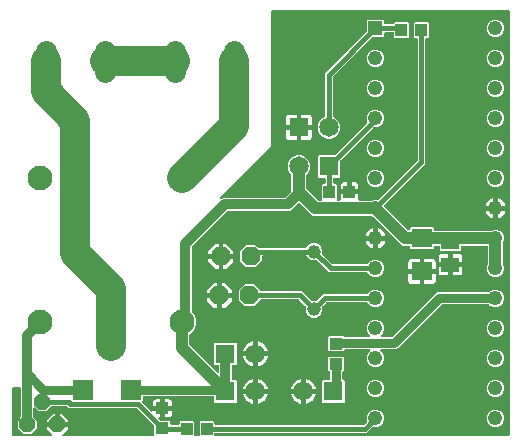
<source format=gbr>
G04 EAGLE Gerber X2 export*
%TF.Part,Single*%
%TF.FileFunction,Copper,L2,Bot,Mixed*%
%TF.FilePolarity,Positive*%
%TF.GenerationSoftware,Autodesk,EAGLE,9.1.3*%
%TF.CreationDate,2018-11-21T18:37:06Z*%
G75*
%MOMM*%
%FSLAX34Y34*%
%LPD*%
%AMOC8*
5,1,8,0,0,1.08239X$1,22.5*%
G01*
%ADD10P,1.732040X8X202.500000*%
%ADD11R,1.241000X1.241000*%
%ADD12C,1.241000*%
%ADD13R,1.000000X1.100000*%
%ADD14C,1.168000*%
%ADD15R,1.650000X1.650000*%
%ADD16C,1.650000*%
%ADD17C,2.100000*%
%ADD18P,1.429621X8X22.500000*%
%ADD19R,1.100000X1.000000*%
%ADD20C,1.790700*%
%ADD21R,1.800000X1.600000*%
%ADD22R,1.500000X1.300000*%
%ADD23R,1.800000X1.700000*%
%ADD24C,1.016000*%
%ADD25C,0.406400*%
%ADD26C,0.812800*%
%ADD27C,0.762000*%
%ADD28C,0.508000*%
%ADD29C,0.406400*%
%ADD30C,2.540000*%

G36*
X167662Y22869D02*
X167662Y22869D01*
X167720Y22867D01*
X167802Y22889D01*
X167886Y22901D01*
X167939Y22924D01*
X167995Y22939D01*
X168068Y22982D01*
X168145Y23017D01*
X168190Y23055D01*
X168240Y23084D01*
X168298Y23146D01*
X168362Y23200D01*
X168394Y23249D01*
X168434Y23292D01*
X168473Y23367D01*
X168520Y23437D01*
X168537Y23493D01*
X168564Y23545D01*
X168575Y23613D01*
X168605Y23708D01*
X168608Y23808D01*
X168619Y23876D01*
X168619Y35228D01*
X169352Y35961D01*
X180388Y35961D01*
X181121Y35228D01*
X181121Y33508D01*
X181129Y33450D01*
X181127Y33392D01*
X181149Y33310D01*
X181161Y33226D01*
X181184Y33173D01*
X181199Y33117D01*
X181242Y33044D01*
X181277Y32967D01*
X181315Y32922D01*
X181344Y32872D01*
X181406Y32814D01*
X181460Y32750D01*
X181509Y32718D01*
X181552Y32678D01*
X181627Y32639D01*
X181697Y32592D01*
X181753Y32575D01*
X181805Y32548D01*
X181873Y32537D01*
X181968Y32507D01*
X182068Y32504D01*
X182136Y32493D01*
X306830Y32493D01*
X306916Y32505D01*
X307004Y32508D01*
X307056Y32525D01*
X307111Y32533D01*
X307191Y32568D01*
X307274Y32595D01*
X307314Y32623D01*
X307371Y32649D01*
X307484Y32745D01*
X307548Y32790D01*
X309954Y35197D01*
X309955Y35198D01*
X309956Y35199D01*
X310038Y35308D01*
X310125Y35424D01*
X310126Y35425D01*
X310127Y35427D01*
X310175Y35555D01*
X310226Y35690D01*
X310226Y35691D01*
X310227Y35693D01*
X310238Y35831D01*
X310250Y35973D01*
X310250Y35974D01*
X310250Y35976D01*
X310246Y35991D01*
X310194Y36252D01*
X310180Y36279D01*
X310174Y36303D01*
X310044Y36617D01*
X310044Y39583D01*
X311179Y42323D01*
X313277Y44421D01*
X316017Y45556D01*
X318983Y45556D01*
X321723Y44421D01*
X323821Y42323D01*
X324956Y39583D01*
X324956Y36617D01*
X323821Y33877D01*
X321723Y31779D01*
X318983Y30644D01*
X316017Y30644D01*
X315703Y30774D01*
X315702Y30775D01*
X315700Y30775D01*
X315565Y30810D01*
X315428Y30845D01*
X315426Y30845D01*
X315425Y30846D01*
X315284Y30841D01*
X315144Y30837D01*
X315142Y30837D01*
X315141Y30837D01*
X315009Y30794D01*
X314873Y30750D01*
X314871Y30750D01*
X314870Y30749D01*
X314858Y30741D01*
X314637Y30592D01*
X314617Y30569D01*
X314597Y30554D01*
X309970Y25927D01*
X182136Y25927D01*
X182078Y25919D01*
X182020Y25921D01*
X181938Y25899D01*
X181854Y25887D01*
X181801Y25864D01*
X181745Y25849D01*
X181672Y25806D01*
X181595Y25771D01*
X181550Y25733D01*
X181500Y25704D01*
X181442Y25642D01*
X181378Y25588D01*
X181346Y25539D01*
X181306Y25496D01*
X181267Y25421D01*
X181220Y25351D01*
X181203Y25295D01*
X181176Y25243D01*
X181165Y25175D01*
X181135Y25080D01*
X181132Y24980D01*
X181121Y24912D01*
X181121Y23876D01*
X181129Y23818D01*
X181127Y23760D01*
X181149Y23678D01*
X181161Y23594D01*
X181184Y23541D01*
X181199Y23485D01*
X181242Y23412D01*
X181277Y23335D01*
X181315Y23290D01*
X181344Y23240D01*
X181406Y23182D01*
X181460Y23118D01*
X181509Y23086D01*
X181552Y23046D01*
X181627Y23007D01*
X181697Y22960D01*
X181753Y22943D01*
X181805Y22916D01*
X181873Y22905D01*
X181968Y22875D01*
X182068Y22872D01*
X182136Y22861D01*
X430024Y22861D01*
X430082Y22869D01*
X430140Y22867D01*
X430222Y22889D01*
X430306Y22901D01*
X430359Y22924D01*
X430415Y22939D01*
X430488Y22982D01*
X430565Y23017D01*
X430610Y23055D01*
X430660Y23084D01*
X430718Y23146D01*
X430782Y23200D01*
X430814Y23249D01*
X430854Y23292D01*
X430893Y23367D01*
X430940Y23437D01*
X430957Y23493D01*
X430984Y23545D01*
X430995Y23613D01*
X431025Y23708D01*
X431028Y23808D01*
X431039Y23876D01*
X431039Y382424D01*
X431031Y382482D01*
X431033Y382540D01*
X431011Y382622D01*
X430999Y382706D01*
X430976Y382759D01*
X430961Y382815D01*
X430918Y382888D01*
X430883Y382965D01*
X430845Y383010D01*
X430816Y383060D01*
X430754Y383118D01*
X430700Y383182D01*
X430651Y383214D01*
X430608Y383254D01*
X430533Y383293D01*
X430463Y383340D01*
X430407Y383357D01*
X430355Y383384D01*
X430287Y383395D01*
X430192Y383425D01*
X430092Y383428D01*
X430024Y383439D01*
X229870Y383439D01*
X229812Y383431D01*
X229754Y383433D01*
X229672Y383411D01*
X229588Y383399D01*
X229535Y383376D01*
X229479Y383361D01*
X229406Y383318D01*
X229329Y383283D01*
X229284Y383245D01*
X229234Y383216D01*
X229176Y383154D01*
X229112Y383100D01*
X229080Y383051D01*
X229040Y383008D01*
X229001Y382933D01*
X228954Y382863D01*
X228937Y382807D01*
X228910Y382755D01*
X228899Y382687D01*
X228869Y382592D01*
X228866Y382492D01*
X228855Y382424D01*
X228855Y268391D01*
X186040Y225576D01*
X185988Y225507D01*
X185929Y225444D01*
X185903Y225394D01*
X185869Y225348D01*
X185838Y225268D01*
X185799Y225192D01*
X185788Y225136D01*
X185768Y225083D01*
X185761Y224997D01*
X185744Y224913D01*
X185749Y224856D01*
X185744Y224799D01*
X185761Y224715D01*
X185768Y224630D01*
X185789Y224577D01*
X185800Y224521D01*
X185840Y224444D01*
X185870Y224364D01*
X185905Y224319D01*
X185931Y224268D01*
X185990Y224206D01*
X186042Y224138D01*
X186088Y224104D01*
X186127Y224062D01*
X186201Y224019D01*
X186270Y223967D01*
X186323Y223947D01*
X186372Y223919D01*
X186455Y223897D01*
X186536Y223867D01*
X186593Y223862D01*
X186648Y223848D01*
X186733Y223851D01*
X186819Y223844D01*
X186867Y223855D01*
X186932Y223857D01*
X187070Y223902D01*
X187146Y223920D01*
X188894Y224644D01*
X240837Y224644D01*
X240924Y224656D01*
X241011Y224659D01*
X241064Y224676D01*
X241119Y224684D01*
X241198Y224719D01*
X241282Y224746D01*
X241321Y224774D01*
X241378Y224800D01*
X241491Y224896D01*
X241555Y224941D01*
X246102Y229488D01*
X246154Y229558D01*
X246214Y229622D01*
X246240Y229671D01*
X246273Y229715D01*
X246304Y229797D01*
X246344Y229875D01*
X246352Y229922D01*
X246374Y229981D01*
X246386Y230129D01*
X246399Y230206D01*
X246399Y243934D01*
X246387Y244021D01*
X246384Y244108D01*
X246367Y244161D01*
X246359Y244216D01*
X246324Y244295D01*
X246297Y244379D01*
X246269Y244418D01*
X246243Y244475D01*
X246147Y244588D01*
X246102Y244652D01*
X244676Y246078D01*
X243229Y249570D01*
X243229Y253350D01*
X244676Y256842D01*
X247348Y259514D01*
X250840Y260961D01*
X254620Y260961D01*
X258112Y259514D01*
X260784Y256842D01*
X262231Y253350D01*
X262231Y249570D01*
X260784Y246078D01*
X259358Y244652D01*
X259306Y244582D01*
X259246Y244518D01*
X259220Y244469D01*
X259187Y244425D01*
X259156Y244343D01*
X259116Y244265D01*
X259108Y244218D01*
X259086Y244159D01*
X259074Y244011D01*
X259061Y243934D01*
X259061Y232913D01*
X259073Y232826D01*
X259076Y232739D01*
X259093Y232686D01*
X259101Y232631D01*
X259136Y232552D01*
X259163Y232468D01*
X259191Y232429D01*
X259217Y232372D01*
X259313Y232259D01*
X259358Y232195D01*
X269025Y222528D01*
X269095Y222476D01*
X269159Y222416D01*
X269208Y222390D01*
X269252Y222357D01*
X269334Y222326D01*
X269412Y222286D01*
X269459Y222278D01*
X269518Y222256D01*
X269665Y222244D01*
X269743Y222231D01*
X271439Y222231D01*
X271469Y222235D01*
X271498Y222232D01*
X271609Y222255D01*
X271721Y222271D01*
X271748Y222283D01*
X271777Y222288D01*
X271877Y222341D01*
X271980Y222387D01*
X272003Y222406D01*
X272029Y222419D01*
X272111Y222497D01*
X272197Y222570D01*
X272214Y222595D01*
X272235Y222615D01*
X272292Y222713D01*
X272355Y222807D01*
X272364Y222835D01*
X272379Y222860D01*
X272407Y222970D01*
X272441Y223078D01*
X272441Y223107D01*
X272449Y223136D01*
X272445Y223249D01*
X272448Y223362D01*
X272441Y223391D01*
X272440Y223420D01*
X272405Y223528D01*
X272376Y223637D01*
X272361Y223663D01*
X272352Y223691D01*
X272307Y223755D01*
X272269Y223817D01*
X272269Y235888D01*
X273002Y236621D01*
X274222Y236621D01*
X274280Y236629D01*
X274338Y236627D01*
X274420Y236649D01*
X274504Y236661D01*
X274557Y236684D01*
X274613Y236699D01*
X274686Y236742D01*
X274763Y236777D01*
X274808Y236815D01*
X274858Y236844D01*
X274916Y236906D01*
X274980Y236960D01*
X275012Y237009D01*
X275052Y237052D01*
X275091Y237127D01*
X275138Y237197D01*
X275155Y237253D01*
X275182Y237305D01*
X275193Y237373D01*
X275223Y237468D01*
X275226Y237568D01*
X275237Y237636D01*
X275237Y240944D01*
X275229Y241002D01*
X275231Y241060D01*
X275209Y241142D01*
X275197Y241226D01*
X275174Y241279D01*
X275159Y241335D01*
X275116Y241408D01*
X275081Y241485D01*
X275043Y241530D01*
X275014Y241580D01*
X274952Y241638D01*
X274898Y241702D01*
X274849Y241734D01*
X274806Y241774D01*
X274731Y241813D01*
X274661Y241860D01*
X274605Y241877D01*
X274553Y241904D01*
X274485Y241915D01*
X274390Y241945D01*
X274290Y241948D01*
X274222Y241959D01*
X269362Y241959D01*
X268629Y242692D01*
X268629Y260228D01*
X269362Y260961D01*
X282568Y260961D01*
X282654Y260973D01*
X282742Y260976D01*
X282794Y260993D01*
X282849Y261001D01*
X282929Y261036D01*
X283012Y261063D01*
X283052Y261091D01*
X283109Y261117D01*
X283222Y261213D01*
X283286Y261258D01*
X310326Y288299D01*
X310327Y288300D01*
X310328Y288301D01*
X310415Y288417D01*
X310497Y288526D01*
X310498Y288527D01*
X310499Y288529D01*
X310548Y288661D01*
X310598Y288792D01*
X310598Y288793D01*
X310599Y288795D01*
X310611Y288939D01*
X310622Y289075D01*
X310622Y289076D01*
X310622Y289078D01*
X310618Y289094D01*
X310566Y289354D01*
X310552Y289381D01*
X310546Y289405D01*
X310044Y290617D01*
X310044Y293583D01*
X311179Y296323D01*
X313277Y298421D01*
X316017Y299556D01*
X318983Y299556D01*
X321723Y298421D01*
X323821Y296323D01*
X324956Y293583D01*
X324956Y290617D01*
X323821Y287877D01*
X321723Y285779D01*
X318983Y284644D01*
X316377Y284644D01*
X316291Y284632D01*
X316203Y284629D01*
X316151Y284612D01*
X316096Y284604D01*
X316016Y284569D01*
X315933Y284542D01*
X315893Y284514D01*
X315836Y284488D01*
X315723Y284392D01*
X315659Y284347D01*
X287928Y256616D01*
X287876Y256546D01*
X287816Y256482D01*
X287790Y256433D01*
X287757Y256388D01*
X287726Y256307D01*
X287686Y256229D01*
X287678Y256181D01*
X287656Y256123D01*
X287644Y255975D01*
X287631Y255898D01*
X287631Y242692D01*
X286898Y241959D01*
X282818Y241959D01*
X282760Y241951D01*
X282702Y241953D01*
X282620Y241931D01*
X282536Y241919D01*
X282483Y241896D01*
X282427Y241881D01*
X282354Y241838D01*
X282277Y241803D01*
X282232Y241765D01*
X282182Y241736D01*
X282124Y241674D01*
X282060Y241620D01*
X282028Y241571D01*
X281988Y241528D01*
X281949Y241453D01*
X281902Y241383D01*
X281885Y241327D01*
X281858Y241275D01*
X281847Y241207D01*
X281817Y241112D01*
X281814Y241012D01*
X281803Y240944D01*
X281803Y237636D01*
X281811Y237578D01*
X281809Y237520D01*
X281831Y237438D01*
X281843Y237354D01*
X281866Y237301D01*
X281881Y237245D01*
X281924Y237172D01*
X281959Y237095D01*
X281997Y237050D01*
X282026Y237000D01*
X282088Y236942D01*
X282142Y236878D01*
X282191Y236846D01*
X282234Y236806D01*
X282309Y236767D01*
X282379Y236720D01*
X282435Y236703D01*
X282487Y236676D01*
X282555Y236665D01*
X282650Y236635D01*
X282750Y236632D01*
X282818Y236621D01*
X284038Y236621D01*
X284771Y235888D01*
X284771Y223815D01*
X284712Y223737D01*
X284701Y223709D01*
X284685Y223685D01*
X284651Y223577D01*
X284611Y223471D01*
X284608Y223442D01*
X284599Y223414D01*
X284596Y223301D01*
X284587Y223188D01*
X284593Y223159D01*
X284592Y223130D01*
X284621Y223020D01*
X284643Y222909D01*
X284656Y222883D01*
X284664Y222855D01*
X284722Y222757D01*
X284774Y222657D01*
X284794Y222635D01*
X284809Y222610D01*
X284892Y222533D01*
X284970Y222451D01*
X284995Y222436D01*
X285016Y222416D01*
X285117Y222364D01*
X285215Y222307D01*
X285243Y222300D01*
X285269Y222286D01*
X285347Y222273D01*
X285490Y222237D01*
X285553Y222239D01*
X285601Y222231D01*
X287140Y222231D01*
X287188Y222238D01*
X287237Y222235D01*
X287328Y222257D01*
X287421Y222271D01*
X287466Y222291D01*
X287513Y222302D01*
X287595Y222348D01*
X287681Y222387D01*
X287718Y222418D01*
X287760Y222442D01*
X287826Y222510D01*
X287898Y222570D01*
X287925Y222611D01*
X287959Y222646D01*
X288003Y222729D01*
X288055Y222807D01*
X288070Y222854D01*
X288093Y222897D01*
X288113Y222989D01*
X288141Y223078D01*
X288142Y223127D01*
X288153Y223175D01*
X288145Y223249D01*
X288148Y223362D01*
X288126Y223446D01*
X288120Y223509D01*
X287979Y224036D01*
X287979Y227839D01*
X294504Y227839D01*
X294562Y227847D01*
X294620Y227845D01*
X294702Y227867D01*
X294785Y227879D01*
X294839Y227903D01*
X294895Y227917D01*
X294968Y227960D01*
X295045Y227995D01*
X295089Y228033D01*
X295140Y228063D01*
X295197Y228124D01*
X295262Y228179D01*
X295294Y228227D01*
X295334Y228270D01*
X295373Y228345D01*
X295419Y228415D01*
X295437Y228471D01*
X295464Y228523D01*
X295475Y228591D01*
X295505Y228686D01*
X295508Y228786D01*
X295519Y228854D01*
X295519Y229871D01*
X295521Y229871D01*
X295521Y228854D01*
X295529Y228796D01*
X295528Y228738D01*
X295549Y228656D01*
X295561Y228573D01*
X295585Y228519D01*
X295599Y228463D01*
X295642Y228390D01*
X295677Y228313D01*
X295715Y228268D01*
X295745Y228218D01*
X295806Y228160D01*
X295861Y228096D01*
X295909Y228064D01*
X295952Y228024D01*
X296027Y227985D01*
X296097Y227939D01*
X296153Y227921D01*
X296205Y227894D01*
X296273Y227883D01*
X296368Y227853D01*
X296468Y227850D01*
X296536Y227839D01*
X303061Y227839D01*
X303061Y224036D01*
X302920Y223509D01*
X302914Y223460D01*
X302899Y223414D01*
X302897Y223320D01*
X302885Y223227D01*
X302893Y223178D01*
X302892Y223130D01*
X302915Y223039D01*
X302930Y222946D01*
X302951Y222902D01*
X302963Y222855D01*
X303011Y222774D01*
X303052Y222689D01*
X303084Y222652D01*
X303109Y222610D01*
X303177Y222546D01*
X303239Y222475D01*
X303280Y222449D01*
X303316Y222416D01*
X303400Y222373D01*
X303479Y222322D01*
X303526Y222308D01*
X303569Y222286D01*
X303642Y222274D01*
X303752Y222242D01*
X303838Y222241D01*
X303900Y222231D01*
X313099Y222231D01*
X313130Y222235D01*
X313160Y222233D01*
X313237Y222250D01*
X313381Y222271D01*
X313439Y222297D01*
X313488Y222308D01*
X316017Y223356D01*
X318983Y223356D01*
X319297Y223226D01*
X319298Y223225D01*
X319300Y223225D01*
X319435Y223190D01*
X319572Y223155D01*
X319574Y223155D01*
X319575Y223154D01*
X319716Y223159D01*
X319856Y223163D01*
X319858Y223163D01*
X319859Y223163D01*
X319991Y223206D01*
X320127Y223250D01*
X320129Y223250D01*
X320130Y223251D01*
X320142Y223259D01*
X320363Y223408D01*
X320383Y223431D01*
X320403Y223446D01*
X352900Y255942D01*
X352952Y256012D01*
X353012Y256076D01*
X353038Y256125D01*
X353071Y256170D01*
X353102Y256251D01*
X353142Y256329D01*
X353150Y256377D01*
X353172Y256435D01*
X353184Y256583D01*
X353197Y256660D01*
X353197Y359264D01*
X353189Y359322D01*
X353191Y359380D01*
X353169Y359462D01*
X353157Y359546D01*
X353134Y359599D01*
X353119Y359655D01*
X353076Y359728D01*
X353041Y359805D01*
X353003Y359850D01*
X352974Y359900D01*
X352912Y359958D01*
X352858Y360022D01*
X352809Y360054D01*
X352766Y360094D01*
X352691Y360133D01*
X352621Y360180D01*
X352565Y360197D01*
X352513Y360224D01*
X352445Y360235D01*
X352350Y360265D01*
X352250Y360268D01*
X352182Y360279D01*
X350962Y360279D01*
X350229Y361012D01*
X350229Y373048D01*
X350962Y373781D01*
X361998Y373781D01*
X362731Y373048D01*
X362731Y361012D01*
X361998Y360279D01*
X360778Y360279D01*
X360720Y360271D01*
X360662Y360273D01*
X360580Y360251D01*
X360496Y360239D01*
X360443Y360216D01*
X360387Y360201D01*
X360314Y360158D01*
X360237Y360123D01*
X360192Y360085D01*
X360142Y360056D01*
X360084Y359994D01*
X360020Y359940D01*
X359988Y359891D01*
X359948Y359848D01*
X359909Y359773D01*
X359862Y359703D01*
X359845Y359647D01*
X359818Y359595D01*
X359807Y359527D01*
X359777Y359432D01*
X359774Y359332D01*
X359763Y359264D01*
X359763Y253520D01*
X325046Y218803D01*
X325045Y218802D01*
X325044Y218801D01*
X324961Y218690D01*
X324875Y218576D01*
X324874Y218575D01*
X324873Y218573D01*
X324825Y218445D01*
X324774Y218310D01*
X324774Y218309D01*
X324773Y218307D01*
X324762Y218168D01*
X324750Y218027D01*
X324750Y218026D01*
X324750Y218024D01*
X324754Y218009D01*
X324806Y217748D01*
X324820Y217721D01*
X324826Y217697D01*
X324868Y217594D01*
X324884Y217567D01*
X324894Y217538D01*
X324939Y217474D01*
X325013Y217349D01*
X325060Y217305D01*
X325088Y217265D01*
X344886Y197467D01*
X344910Y197449D01*
X344929Y197427D01*
X345023Y197364D01*
X345113Y197296D01*
X345141Y197286D01*
X345165Y197269D01*
X345273Y197235D01*
X345379Y197195D01*
X345408Y197192D01*
X345436Y197183D01*
X345550Y197181D01*
X345662Y197171D01*
X345691Y197177D01*
X345720Y197176D01*
X345830Y197205D01*
X345941Y197227D01*
X345967Y197241D01*
X345995Y197248D01*
X346093Y197306D01*
X346193Y197358D01*
X346215Y197378D01*
X346240Y197393D01*
X346317Y197476D01*
X346399Y197554D01*
X346414Y197579D01*
X346434Y197601D01*
X346486Y197701D01*
X346543Y197799D01*
X346550Y197828D01*
X346564Y197854D01*
X346577Y197931D01*
X346613Y198075D01*
X346611Y198137D01*
X346619Y198185D01*
X346619Y199048D01*
X347352Y199781D01*
X366388Y199781D01*
X367121Y199048D01*
X367121Y197846D01*
X367129Y197788D01*
X367127Y197730D01*
X367149Y197648D01*
X367161Y197564D01*
X367184Y197511D01*
X367199Y197455D01*
X367242Y197382D01*
X367277Y197305D01*
X367315Y197260D01*
X367344Y197210D01*
X367406Y197152D01*
X367460Y197088D01*
X367509Y197056D01*
X367552Y197016D01*
X367627Y196977D01*
X367697Y196930D01*
X367753Y196913D01*
X367805Y196886D01*
X367873Y196875D01*
X367968Y196845D01*
X368068Y196842D01*
X368136Y196831D01*
X414699Y196831D01*
X414730Y196835D01*
X414760Y196833D01*
X414837Y196850D01*
X414981Y196871D01*
X415039Y196897D01*
X415088Y196908D01*
X417617Y197956D01*
X420583Y197956D01*
X423323Y196821D01*
X425421Y194723D01*
X426556Y191983D01*
X426556Y189017D01*
X425508Y186488D01*
X425500Y186458D01*
X425486Y186430D01*
X425473Y186353D01*
X425437Y186212D01*
X425439Y186148D01*
X425431Y186099D01*
X425431Y169501D01*
X425435Y169470D01*
X425433Y169440D01*
X425450Y169363D01*
X425471Y169219D01*
X425497Y169161D01*
X425508Y169112D01*
X426556Y166583D01*
X426556Y163617D01*
X425421Y160877D01*
X423323Y158779D01*
X420583Y157644D01*
X417617Y157644D01*
X414877Y158779D01*
X412779Y160877D01*
X411644Y163617D01*
X411644Y166583D01*
X412692Y169112D01*
X412700Y169142D01*
X412714Y169170D01*
X412727Y169247D01*
X412763Y169388D01*
X412761Y169452D01*
X412769Y169501D01*
X412769Y183154D01*
X412761Y183212D01*
X412763Y183270D01*
X412741Y183352D01*
X412729Y183436D01*
X412706Y183489D01*
X412691Y183545D01*
X412648Y183618D01*
X412613Y183695D01*
X412575Y183740D01*
X412546Y183790D01*
X412484Y183848D01*
X412430Y183912D01*
X412381Y183944D01*
X412338Y183984D01*
X412263Y184023D01*
X412193Y184070D01*
X412137Y184087D01*
X412085Y184114D01*
X412017Y184125D01*
X411922Y184155D01*
X411822Y184158D01*
X411754Y184169D01*
X390766Y184169D01*
X390708Y184161D01*
X390650Y184163D01*
X390568Y184141D01*
X390484Y184129D01*
X390431Y184106D01*
X390375Y184091D01*
X390302Y184048D01*
X390225Y184013D01*
X390180Y183975D01*
X390130Y183946D01*
X390072Y183884D01*
X390008Y183830D01*
X389976Y183781D01*
X389936Y183738D01*
X389897Y183663D01*
X389850Y183593D01*
X389833Y183537D01*
X389806Y183485D01*
X389795Y183417D01*
X389765Y183322D01*
X389762Y183222D01*
X389751Y183154D01*
X389751Y180282D01*
X389018Y179549D01*
X372982Y179549D01*
X372249Y180282D01*
X372249Y183154D01*
X372241Y183212D01*
X372243Y183270D01*
X372221Y183352D01*
X372209Y183436D01*
X372186Y183489D01*
X372171Y183545D01*
X372128Y183618D01*
X372093Y183695D01*
X372055Y183740D01*
X372026Y183790D01*
X371964Y183848D01*
X371910Y183912D01*
X371861Y183944D01*
X371818Y183984D01*
X371743Y184023D01*
X371673Y184070D01*
X371617Y184087D01*
X371565Y184114D01*
X371497Y184125D01*
X371402Y184155D01*
X371302Y184158D01*
X371234Y184169D01*
X368136Y184169D01*
X368078Y184161D01*
X368020Y184163D01*
X367938Y184141D01*
X367854Y184129D01*
X367801Y184106D01*
X367745Y184091D01*
X367672Y184048D01*
X367595Y184013D01*
X367550Y183975D01*
X367500Y183946D01*
X367442Y183884D01*
X367378Y183830D01*
X367346Y183781D01*
X367306Y183738D01*
X367267Y183663D01*
X367220Y183593D01*
X367203Y183537D01*
X367176Y183485D01*
X367165Y183417D01*
X367135Y183322D01*
X367132Y183222D01*
X367121Y183154D01*
X367121Y182012D01*
X366388Y181279D01*
X347352Y181279D01*
X346619Y182012D01*
X346619Y183154D01*
X346611Y183212D01*
X346613Y183270D01*
X346591Y183352D01*
X346579Y183436D01*
X346556Y183489D01*
X346541Y183545D01*
X346498Y183618D01*
X346463Y183695D01*
X346425Y183740D01*
X346396Y183790D01*
X346334Y183848D01*
X346280Y183912D01*
X346231Y183944D01*
X346188Y183984D01*
X346113Y184023D01*
X346043Y184070D01*
X345987Y184087D01*
X345935Y184114D01*
X345867Y184125D01*
X345772Y184155D01*
X345672Y184158D01*
X345604Y184169D01*
X341641Y184169D01*
X339314Y185133D01*
X316135Y208312D01*
X316111Y208330D01*
X316091Y208354D01*
X316024Y208395D01*
X315908Y208482D01*
X315848Y208505D01*
X315806Y208532D01*
X313488Y209492D01*
X313458Y209500D01*
X313430Y209514D01*
X313353Y209527D01*
X313212Y209563D01*
X313148Y209561D01*
X313099Y209569D01*
X265441Y209569D01*
X263114Y210533D01*
X253364Y220283D01*
X253318Y220318D01*
X253277Y220360D01*
X253205Y220403D01*
X253137Y220453D01*
X253083Y220474D01*
X253032Y220504D01*
X252951Y220525D01*
X252872Y220555D01*
X252813Y220559D01*
X252757Y220574D01*
X252672Y220571D01*
X252588Y220578D01*
X252531Y220567D01*
X252473Y220565D01*
X252392Y220539D01*
X252310Y220522D01*
X252258Y220495D01*
X252202Y220477D01*
X252146Y220437D01*
X252057Y220391D01*
X251985Y220323D01*
X251929Y220283D01*
X246470Y214823D01*
X244516Y214014D01*
X192573Y214014D01*
X192487Y214002D01*
X192399Y213999D01*
X192347Y213982D01*
X192292Y213974D01*
X192212Y213939D01*
X192129Y213912D01*
X192089Y213884D01*
X192032Y213858D01*
X191919Y213762D01*
X191855Y213717D01*
X162203Y184065D01*
X162151Y183995D01*
X162091Y183931D01*
X162065Y183882D01*
X162032Y183837D01*
X162001Y183756D01*
X161961Y183678D01*
X161953Y183630D01*
X161931Y183572D01*
X161920Y183439D01*
X161920Y183438D01*
X161920Y183435D01*
X161919Y183424D01*
X161906Y183347D01*
X161906Y128633D01*
X161918Y128546D01*
X161921Y128459D01*
X161938Y128406D01*
X161946Y128351D01*
X161981Y128272D01*
X162008Y128188D01*
X162036Y128149D01*
X162062Y128092D01*
X162158Y127979D01*
X162203Y127915D01*
X163872Y126246D01*
X165661Y121927D01*
X165661Y117253D01*
X163872Y112934D01*
X160540Y109602D01*
X160507Y109582D01*
X160383Y109509D01*
X160382Y109508D01*
X160380Y109507D01*
X160284Y109405D01*
X160188Y109303D01*
X160187Y109301D01*
X160186Y109300D01*
X160121Y109173D01*
X160057Y109050D01*
X160057Y109048D01*
X160056Y109047D01*
X160054Y109031D01*
X160002Y108771D01*
X160005Y108740D01*
X160001Y108716D01*
X160001Y100833D01*
X160013Y100746D01*
X160016Y100659D01*
X160033Y100606D01*
X160041Y100551D01*
X160076Y100472D01*
X160103Y100388D01*
X160131Y100349D01*
X160157Y100292D01*
X160253Y100179D01*
X160298Y100115D01*
X183452Y76961D01*
X183476Y76943D01*
X183495Y76921D01*
X183544Y76888D01*
X183580Y76854D01*
X183624Y76832D01*
X183679Y76790D01*
X183707Y76780D01*
X183731Y76763D01*
X183801Y76741D01*
X183834Y76724D01*
X183865Y76719D01*
X183945Y76689D01*
X183974Y76686D01*
X184002Y76677D01*
X184116Y76675D01*
X184147Y76672D01*
X184165Y76669D01*
X184170Y76669D01*
X184175Y76670D01*
X184228Y76665D01*
X184257Y76671D01*
X184286Y76670D01*
X184396Y76699D01*
X184432Y76706D01*
X184452Y76709D01*
X184456Y76711D01*
X184507Y76721D01*
X184533Y76735D01*
X184561Y76742D01*
X184659Y76800D01*
X184685Y76813D01*
X184711Y76825D01*
X184717Y76830D01*
X184759Y76852D01*
X184781Y76872D01*
X184806Y76887D01*
X184883Y76970D01*
X184894Y76980D01*
X184928Y77009D01*
X184934Y77018D01*
X184965Y77048D01*
X184980Y77073D01*
X185000Y77095D01*
X185051Y77193D01*
X185086Y77245D01*
X185091Y77261D01*
X185109Y77293D01*
X185116Y77322D01*
X185130Y77348D01*
X185143Y77425D01*
X185144Y77431D01*
X185171Y77516D01*
X185172Y77540D01*
X185179Y77569D01*
X185177Y77631D01*
X185185Y77679D01*
X185185Y82194D01*
X185177Y82252D01*
X185179Y82310D01*
X185157Y82392D01*
X185145Y82476D01*
X185122Y82529D01*
X185107Y82585D01*
X185064Y82658D01*
X185029Y82735D01*
X184991Y82780D01*
X184962Y82830D01*
X184900Y82888D01*
X184846Y82952D01*
X184797Y82984D01*
X184754Y83024D01*
X184679Y83063D01*
X184609Y83110D01*
X184553Y83127D01*
X184501Y83154D01*
X184433Y83165D01*
X184338Y83195D01*
X184238Y83198D01*
X184170Y83209D01*
X181732Y83209D01*
X180999Y83942D01*
X180999Y101478D01*
X181732Y102211D01*
X199268Y102211D01*
X200001Y101478D01*
X200001Y83942D01*
X199268Y83209D01*
X196830Y83209D01*
X196772Y83201D01*
X196714Y83203D01*
X196632Y83181D01*
X196548Y83169D01*
X196495Y83146D01*
X196439Y83131D01*
X196366Y83088D01*
X196289Y83053D01*
X196244Y83015D01*
X196194Y82986D01*
X196136Y82924D01*
X196072Y82870D01*
X196040Y82821D01*
X196000Y82778D01*
X195961Y82703D01*
X195914Y82633D01*
X195897Y82577D01*
X195870Y82525D01*
X195859Y82457D01*
X195829Y82362D01*
X195826Y82262D01*
X195815Y82194D01*
X195815Y71476D01*
X195823Y71418D01*
X195821Y71360D01*
X195843Y71278D01*
X195855Y71194D01*
X195878Y71141D01*
X195893Y71085D01*
X195936Y71012D01*
X195971Y70935D01*
X196009Y70890D01*
X196038Y70840D01*
X196100Y70782D01*
X196154Y70718D01*
X196203Y70686D01*
X196246Y70646D01*
X196321Y70607D01*
X196391Y70560D01*
X196447Y70543D01*
X196499Y70516D01*
X196567Y70505D01*
X196662Y70475D01*
X196762Y70472D01*
X196830Y70461D01*
X199268Y70461D01*
X200001Y69728D01*
X200001Y52192D01*
X199268Y51459D01*
X181732Y51459D01*
X180999Y52192D01*
X180999Y56154D01*
X180991Y56212D01*
X180993Y56270D01*
X180971Y56352D01*
X180959Y56436D01*
X180936Y56489D01*
X180921Y56545D01*
X180878Y56618D01*
X180843Y56695D01*
X180805Y56740D01*
X180776Y56790D01*
X180714Y56848D01*
X180660Y56912D01*
X180611Y56944D01*
X180568Y56984D01*
X180493Y57023D01*
X180423Y57070D01*
X180367Y57087D01*
X180315Y57114D01*
X180247Y57125D01*
X180152Y57155D01*
X180052Y57158D01*
X179984Y57169D01*
X121936Y57169D01*
X121878Y57161D01*
X121820Y57163D01*
X121738Y57141D01*
X121654Y57129D01*
X121601Y57106D01*
X121545Y57091D01*
X121472Y57048D01*
X121395Y57013D01*
X121350Y56975D01*
X121300Y56946D01*
X121242Y56884D01*
X121178Y56830D01*
X121146Y56781D01*
X121106Y56738D01*
X121067Y56663D01*
X121020Y56593D01*
X121003Y56537D01*
X120976Y56485D01*
X120965Y56417D01*
X120935Y56322D01*
X120932Y56222D01*
X120921Y56154D01*
X120921Y53212D01*
X120274Y52565D01*
X120238Y52518D01*
X120196Y52478D01*
X120153Y52405D01*
X120103Y52338D01*
X120082Y52283D01*
X120052Y52232D01*
X120032Y52151D01*
X120001Y52072D01*
X119997Y52014D01*
X119982Y51957D01*
X119985Y51873D01*
X119978Y51789D01*
X119989Y51731D01*
X119991Y51673D01*
X120017Y51593D01*
X120034Y51510D01*
X120061Y51458D01*
X120079Y51402D01*
X120119Y51346D01*
X120165Y51258D01*
X120233Y51185D01*
X120274Y51129D01*
X127386Y44016D01*
X127410Y43999D01*
X127429Y43976D01*
X127523Y43914D01*
X127613Y43845D01*
X127641Y43835D01*
X127665Y43819D01*
X127773Y43785D01*
X127879Y43744D01*
X127908Y43742D01*
X127936Y43733D01*
X128050Y43730D01*
X128162Y43721D01*
X128191Y43726D01*
X128220Y43726D01*
X128330Y43754D01*
X128441Y43777D01*
X128467Y43790D01*
X128495Y43797D01*
X128593Y43855D01*
X128693Y43908D01*
X128715Y43928D01*
X128740Y43943D01*
X128817Y44025D01*
X128899Y44103D01*
X128914Y44129D01*
X128934Y44150D01*
X128986Y44251D01*
X129043Y44349D01*
X129050Y44377D01*
X129064Y44403D01*
X129077Y44481D01*
X129099Y44569D01*
X135129Y44569D01*
X135129Y39059D01*
X134794Y39059D01*
X134765Y39055D01*
X134736Y39058D01*
X134625Y39035D01*
X134513Y39019D01*
X134486Y39007D01*
X134457Y39002D01*
X134357Y38949D01*
X134253Y38903D01*
X134231Y38884D01*
X134205Y38871D01*
X134123Y38793D01*
X134036Y38720D01*
X134020Y38695D01*
X133999Y38675D01*
X133942Y38577D01*
X133879Y38483D01*
X133870Y38455D01*
X133855Y38430D01*
X133827Y38320D01*
X133793Y38212D01*
X133792Y38182D01*
X133785Y38154D01*
X133789Y38041D01*
X133786Y37928D01*
X133793Y37899D01*
X133794Y37870D01*
X133829Y37762D01*
X133857Y37653D01*
X133872Y37627D01*
X133881Y37599D01*
X133927Y37535D01*
X134003Y37408D01*
X134048Y37365D01*
X134076Y37326D01*
X135254Y36148D01*
X135324Y36096D01*
X135388Y36036D01*
X135437Y36010D01*
X135482Y35977D01*
X135563Y35946D01*
X135641Y35906D01*
X135689Y35898D01*
X135747Y35876D01*
X135895Y35864D01*
X135972Y35851D01*
X143178Y35851D01*
X143911Y35118D01*
X143911Y33508D01*
X143919Y33450D01*
X143917Y33392D01*
X143939Y33310D01*
X143951Y33226D01*
X143974Y33173D01*
X143989Y33117D01*
X144032Y33044D01*
X144067Y32967D01*
X144105Y32922D01*
X144134Y32872D01*
X144196Y32814D01*
X144250Y32750D01*
X144299Y32718D01*
X144342Y32678D01*
X144417Y32639D01*
X144487Y32592D01*
X144543Y32575D01*
X144595Y32548D01*
X144663Y32537D01*
X144758Y32507D01*
X144858Y32504D01*
X144926Y32493D01*
X150604Y32493D01*
X150662Y32501D01*
X150720Y32499D01*
X150802Y32521D01*
X150886Y32533D01*
X150939Y32556D01*
X150995Y32571D01*
X151068Y32614D01*
X151145Y32649D01*
X151190Y32687D01*
X151240Y32716D01*
X151298Y32778D01*
X151362Y32832D01*
X151394Y32881D01*
X151434Y32924D01*
X151473Y32999D01*
X151520Y33069D01*
X151537Y33125D01*
X151564Y33177D01*
X151575Y33245D01*
X151605Y33340D01*
X151608Y33440D01*
X151619Y33508D01*
X151619Y35228D01*
X152352Y35961D01*
X163388Y35961D01*
X164121Y35228D01*
X164121Y23876D01*
X164129Y23818D01*
X164127Y23760D01*
X164149Y23678D01*
X164161Y23594D01*
X164184Y23541D01*
X164199Y23485D01*
X164242Y23412D01*
X164277Y23335D01*
X164315Y23290D01*
X164344Y23240D01*
X164406Y23182D01*
X164460Y23118D01*
X164509Y23086D01*
X164552Y23046D01*
X164627Y23007D01*
X164697Y22960D01*
X164753Y22943D01*
X164805Y22916D01*
X164873Y22905D01*
X164968Y22875D01*
X165068Y22872D01*
X165136Y22861D01*
X167604Y22861D01*
X167662Y22869D01*
G37*
G36*
X43065Y22865D02*
X43065Y22865D01*
X43094Y22862D01*
X43205Y22885D01*
X43317Y22901D01*
X43344Y22913D01*
X43373Y22918D01*
X43473Y22970D01*
X43577Y23017D01*
X43599Y23036D01*
X43625Y23049D01*
X43707Y23127D01*
X43794Y23200D01*
X43810Y23225D01*
X43831Y23245D01*
X43888Y23343D01*
X43951Y23437D01*
X43960Y23465D01*
X43975Y23490D01*
X44003Y23600D01*
X44037Y23708D01*
X44038Y23738D01*
X44045Y23766D01*
X44041Y23879D01*
X44044Y23992D01*
X44037Y24021D01*
X44036Y24050D01*
X44001Y24158D01*
X43972Y24267D01*
X43957Y24293D01*
X43948Y24321D01*
X43903Y24384D01*
X43827Y24512D01*
X43782Y24555D01*
X43754Y24594D01*
X39115Y29232D01*
X39115Y30989D01*
X47244Y30989D01*
X47302Y30997D01*
X47360Y30995D01*
X47442Y31017D01*
X47525Y31029D01*
X47579Y31053D01*
X47635Y31067D01*
X47708Y31110D01*
X47785Y31145D01*
X47829Y31183D01*
X47880Y31213D01*
X47937Y31274D01*
X48002Y31329D01*
X48034Y31377D01*
X48074Y31420D01*
X48113Y31495D01*
X48159Y31565D01*
X48177Y31621D01*
X48204Y31673D01*
X48215Y31741D01*
X48245Y31836D01*
X48248Y31936D01*
X48259Y32004D01*
X48259Y33021D01*
X48261Y33021D01*
X48261Y32004D01*
X48269Y31946D01*
X48268Y31888D01*
X48289Y31806D01*
X48301Y31723D01*
X48325Y31669D01*
X48339Y31613D01*
X48382Y31540D01*
X48417Y31463D01*
X48455Y31418D01*
X48485Y31368D01*
X48546Y31310D01*
X48601Y31246D01*
X48649Y31214D01*
X48692Y31174D01*
X48767Y31135D01*
X48837Y31089D01*
X48893Y31071D01*
X48945Y31044D01*
X49013Y31033D01*
X49108Y31003D01*
X49208Y31000D01*
X49276Y30989D01*
X57405Y30989D01*
X57405Y29232D01*
X52766Y24594D01*
X52749Y24570D01*
X52726Y24551D01*
X52664Y24457D01*
X52596Y24367D01*
X52585Y24339D01*
X52569Y24315D01*
X52535Y24207D01*
X52494Y24101D01*
X52492Y24072D01*
X52483Y24044D01*
X52480Y23930D01*
X52471Y23818D01*
X52477Y23789D01*
X52476Y23760D01*
X52504Y23650D01*
X52527Y23539D01*
X52540Y23513D01*
X52548Y23485D01*
X52605Y23387D01*
X52658Y23287D01*
X52678Y23265D01*
X52693Y23240D01*
X52775Y23163D01*
X52853Y23081D01*
X52879Y23066D01*
X52900Y23046D01*
X53001Y22994D01*
X53099Y22937D01*
X53127Y22930D01*
X53153Y22916D01*
X53231Y22903D01*
X53374Y22867D01*
X53437Y22869D01*
X53484Y22861D01*
X129394Y22861D01*
X129452Y22869D01*
X129510Y22867D01*
X129592Y22889D01*
X129676Y22901D01*
X129729Y22924D01*
X129785Y22939D01*
X129858Y22982D01*
X129935Y23017D01*
X129980Y23055D01*
X130030Y23084D01*
X130088Y23146D01*
X130152Y23200D01*
X130184Y23249D01*
X130224Y23292D01*
X130263Y23367D01*
X130310Y23437D01*
X130327Y23493D01*
X130354Y23545D01*
X130365Y23613D01*
X130395Y23708D01*
X130398Y23808D01*
X130409Y23876D01*
X130409Y31288D01*
X130397Y31374D01*
X130394Y31462D01*
X130377Y31514D01*
X130369Y31569D01*
X130334Y31649D01*
X130307Y31732D01*
X130279Y31772D01*
X130253Y31829D01*
X130157Y31942D01*
X130112Y32006D01*
X115250Y46868D01*
X115180Y46920D01*
X115116Y46980D01*
X115067Y47006D01*
X115022Y47039D01*
X114941Y47070D01*
X114863Y47110D01*
X114815Y47118D01*
X114757Y47140D01*
X114609Y47152D01*
X114532Y47165D01*
X57951Y47165D01*
X56626Y48490D01*
X56556Y48542D01*
X56492Y48602D01*
X56443Y48628D01*
X56399Y48661D01*
X56317Y48692D01*
X56239Y48732D01*
X56192Y48740D01*
X56133Y48762D01*
X55986Y48774D01*
X55908Y48787D01*
X43806Y48787D01*
X43719Y48775D01*
X43632Y48772D01*
X43579Y48755D01*
X43525Y48747D01*
X43445Y48712D01*
X43361Y48685D01*
X43322Y48657D01*
X43265Y48631D01*
X43152Y48535D01*
X43088Y48490D01*
X38814Y44215D01*
X32306Y44215D01*
X29378Y47144D01*
X29354Y47162D01*
X29335Y47184D01*
X29241Y47247D01*
X29151Y47315D01*
X29123Y47325D01*
X29099Y47342D01*
X28991Y47376D01*
X28885Y47416D01*
X28856Y47418D01*
X28828Y47427D01*
X28714Y47430D01*
X28602Y47440D01*
X28573Y47434D01*
X28544Y47435D01*
X28434Y47406D01*
X28323Y47384D01*
X28297Y47370D01*
X28269Y47363D01*
X28171Y47305D01*
X28071Y47253D01*
X28049Y47233D01*
X28024Y47218D01*
X27947Y47135D01*
X27865Y47057D01*
X27850Y47032D01*
X27830Y47010D01*
X27778Y46909D01*
X27721Y46812D01*
X27714Y46783D01*
X27700Y46757D01*
X27687Y46680D01*
X27651Y46536D01*
X27653Y46474D01*
X27645Y46426D01*
X27645Y39764D01*
X27657Y39677D01*
X27660Y39590D01*
X27677Y39537D01*
X27685Y39483D01*
X27720Y39403D01*
X27747Y39319D01*
X27775Y39280D01*
X27801Y39223D01*
X27897Y39110D01*
X27942Y39046D01*
X30715Y36274D01*
X30715Y29766D01*
X26114Y25165D01*
X19606Y25165D01*
X15005Y29766D01*
X15005Y36274D01*
X16647Y37915D01*
X16731Y38027D01*
X16814Y38136D01*
X16816Y38140D01*
X16818Y38143D01*
X16868Y38273D01*
X16918Y38401D01*
X16918Y38404D01*
X16919Y38408D01*
X16943Y38692D01*
X16938Y38716D01*
X16939Y38736D01*
X16936Y38772D01*
X16972Y38893D01*
X17015Y39174D01*
X17014Y39180D01*
X17015Y39185D01*
X17015Y63500D01*
X17008Y63553D01*
X17009Y63587D01*
X17008Y63590D01*
X17009Y63616D01*
X16987Y63698D01*
X16975Y63782D01*
X16952Y63835D01*
X16937Y63891D01*
X16894Y63964D01*
X16859Y64041D01*
X16821Y64086D01*
X16792Y64136D01*
X16730Y64194D01*
X16676Y64258D01*
X16627Y64290D01*
X16584Y64330D01*
X16509Y64369D01*
X16439Y64416D01*
X16383Y64433D01*
X16331Y64460D01*
X16263Y64471D01*
X16168Y64501D01*
X16068Y64504D01*
X16000Y64515D01*
X11176Y64515D01*
X11118Y64507D01*
X11060Y64509D01*
X10978Y64487D01*
X10894Y64475D01*
X10841Y64452D01*
X10785Y64437D01*
X10712Y64394D01*
X10635Y64359D01*
X10590Y64321D01*
X10540Y64292D01*
X10482Y64230D01*
X10418Y64176D01*
X10386Y64127D01*
X10346Y64084D01*
X10307Y64009D01*
X10260Y63939D01*
X10243Y63883D01*
X10216Y63831D01*
X10205Y63763D01*
X10175Y63668D01*
X10172Y63568D01*
X10161Y63500D01*
X10161Y23876D01*
X10169Y23818D01*
X10167Y23760D01*
X10189Y23678D01*
X10201Y23594D01*
X10224Y23541D01*
X10239Y23485D01*
X10282Y23412D01*
X10317Y23335D01*
X10355Y23290D01*
X10384Y23240D01*
X10446Y23182D01*
X10500Y23118D01*
X10549Y23086D01*
X10592Y23046D01*
X10667Y23007D01*
X10737Y22960D01*
X10793Y22943D01*
X10845Y22916D01*
X10913Y22905D01*
X11008Y22875D01*
X11108Y22872D01*
X11176Y22861D01*
X43036Y22861D01*
X43065Y22865D01*
G37*
%LPC*%
G36*
X316017Y81444D02*
X316017Y81444D01*
X313277Y82579D01*
X311179Y84677D01*
X310044Y87417D01*
X310044Y90383D01*
X311179Y93123D01*
X313027Y94971D01*
X313045Y94995D01*
X313067Y95014D01*
X313130Y95108D01*
X313198Y95198D01*
X313208Y95226D01*
X313225Y95250D01*
X313259Y95358D01*
X313299Y95464D01*
X313302Y95493D01*
X313311Y95521D01*
X313313Y95635D01*
X313323Y95747D01*
X313317Y95776D01*
X313318Y95805D01*
X313289Y95915D01*
X313267Y96026D01*
X313253Y96052D01*
X313246Y96080D01*
X313188Y96178D01*
X313136Y96278D01*
X313116Y96300D01*
X313101Y96325D01*
X313018Y96402D01*
X312940Y96484D01*
X312915Y96499D01*
X312893Y96519D01*
X312793Y96571D01*
X312695Y96628D01*
X312666Y96635D01*
X312640Y96649D01*
X312563Y96662D01*
X312419Y96698D01*
X312357Y96696D01*
X312309Y96704D01*
X292246Y96704D01*
X292188Y96696D01*
X292130Y96698D01*
X292048Y96676D01*
X291964Y96664D01*
X291911Y96641D01*
X291855Y96626D01*
X291782Y96583D01*
X291705Y96548D01*
X291660Y96510D01*
X291610Y96481D01*
X291552Y96419D01*
X291488Y96365D01*
X291456Y96316D01*
X291416Y96273D01*
X291377Y96198D01*
X291330Y96128D01*
X291313Y96072D01*
X291286Y96020D01*
X291275Y95952D01*
X291245Y95857D01*
X291242Y95757D01*
X291231Y95692D01*
X290498Y94959D01*
X278462Y94959D01*
X277729Y95692D01*
X277729Y106728D01*
X278462Y107461D01*
X290498Y107461D01*
X290836Y107123D01*
X290905Y107071D01*
X290969Y107011D01*
X291019Y106985D01*
X291063Y106952D01*
X291145Y106921D01*
X291223Y106881D01*
X291270Y106873D01*
X291329Y106851D01*
X291476Y106839D01*
X291554Y106826D01*
X311979Y106826D01*
X312008Y106830D01*
X312038Y106827D01*
X312149Y106850D01*
X312261Y106866D01*
X312287Y106878D01*
X312316Y106883D01*
X312417Y106936D01*
X312520Y106982D01*
X312543Y107001D01*
X312569Y107014D01*
X312651Y107092D01*
X312737Y107165D01*
X312753Y107190D01*
X312775Y107210D01*
X312832Y107308D01*
X312895Y107402D01*
X312904Y107430D01*
X312918Y107455D01*
X312946Y107565D01*
X312981Y107673D01*
X312981Y107703D01*
X312989Y107731D01*
X312985Y107844D01*
X312988Y107957D01*
X312980Y107986D01*
X312979Y108015D01*
X312945Y108123D01*
X312916Y108232D01*
X312901Y108258D01*
X312892Y108286D01*
X312846Y108350D01*
X312771Y108477D01*
X312725Y108520D01*
X312697Y108559D01*
X311179Y110077D01*
X310044Y112817D01*
X310044Y115783D01*
X311179Y118523D01*
X313277Y120621D01*
X316017Y121756D01*
X318983Y121756D01*
X321723Y120621D01*
X323821Y118523D01*
X324956Y115783D01*
X324956Y112817D01*
X323821Y110077D01*
X322303Y108559D01*
X322285Y108535D01*
X322263Y108516D01*
X322200Y108422D01*
X322132Y108332D01*
X322122Y108304D01*
X322105Y108280D01*
X322071Y108172D01*
X322031Y108066D01*
X322028Y108037D01*
X322019Y108009D01*
X322017Y107895D01*
X322007Y107783D01*
X322013Y107754D01*
X322012Y107725D01*
X322041Y107615D01*
X322063Y107504D01*
X322077Y107478D01*
X322084Y107450D01*
X322142Y107352D01*
X322194Y107252D01*
X322214Y107230D01*
X322229Y107205D01*
X322312Y107128D01*
X322390Y107046D01*
X322415Y107031D01*
X322437Y107011D01*
X322537Y106959D01*
X322635Y106902D01*
X322664Y106895D01*
X322690Y106881D01*
X322767Y106868D01*
X322911Y106832D01*
X322973Y106834D01*
X323021Y106826D01*
X331079Y106826D01*
X331166Y106838D01*
X331253Y106841D01*
X331306Y106858D01*
X331361Y106866D01*
X331441Y106901D01*
X331524Y106928D01*
X331563Y106956D01*
X331620Y106982D01*
X331734Y107078D01*
X331797Y107123D01*
X368664Y143990D01*
X370524Y144761D01*
X413196Y144761D01*
X413283Y144773D01*
X413370Y144776D01*
X413423Y144793D01*
X413478Y144801D01*
X413557Y144836D01*
X413641Y144863D01*
X413680Y144891D01*
X413737Y144917D01*
X413850Y145013D01*
X413914Y145058D01*
X414877Y146021D01*
X417617Y147156D01*
X420583Y147156D01*
X423323Y146021D01*
X425421Y143923D01*
X426556Y141183D01*
X426556Y138217D01*
X425421Y135477D01*
X423323Y133379D01*
X420583Y132244D01*
X417617Y132244D01*
X414877Y133379D01*
X413914Y134342D01*
X413844Y134394D01*
X413780Y134454D01*
X413731Y134480D01*
X413687Y134513D01*
X413605Y134544D01*
X413527Y134584D01*
X413480Y134592D01*
X413421Y134614D01*
X413274Y134626D01*
X413196Y134639D01*
X374048Y134639D01*
X373961Y134627D01*
X373874Y134624D01*
X373821Y134607D01*
X373766Y134599D01*
X373687Y134564D01*
X373603Y134537D01*
X373564Y134509D01*
X373507Y134483D01*
X373394Y134387D01*
X373330Y134342D01*
X336463Y97475D01*
X334603Y96704D01*
X322691Y96704D01*
X322662Y96700D01*
X322632Y96703D01*
X322521Y96680D01*
X322409Y96664D01*
X322383Y96652D01*
X322354Y96647D01*
X322253Y96594D01*
X322150Y96548D01*
X322127Y96529D01*
X322101Y96516D01*
X322019Y96438D01*
X321933Y96365D01*
X321917Y96340D01*
X321895Y96320D01*
X321838Y96222D01*
X321775Y96128D01*
X321766Y96100D01*
X321752Y96075D01*
X321724Y95965D01*
X321689Y95857D01*
X321689Y95827D01*
X321681Y95799D01*
X321685Y95686D01*
X321682Y95573D01*
X321690Y95544D01*
X321691Y95515D01*
X321725Y95407D01*
X321754Y95298D01*
X321769Y95272D01*
X321778Y95244D01*
X321824Y95181D01*
X321899Y95053D01*
X321945Y95010D01*
X321973Y94971D01*
X323821Y93123D01*
X324956Y90383D01*
X324956Y87417D01*
X323821Y84677D01*
X321723Y82579D01*
X318983Y81444D01*
X316017Y81444D01*
G37*
%LPD*%
%LPC*%
G36*
X276240Y274979D02*
X276240Y274979D01*
X272748Y276426D01*
X270076Y279098D01*
X268629Y282590D01*
X268629Y286370D01*
X270076Y289862D01*
X272748Y292534D01*
X274221Y293144D01*
X274222Y293145D01*
X274223Y293145D01*
X274342Y293216D01*
X274465Y293289D01*
X274466Y293290D01*
X274468Y293291D01*
X274565Y293395D01*
X274661Y293495D01*
X274661Y293497D01*
X274662Y293498D01*
X274727Y293624D01*
X274791Y293748D01*
X274791Y293750D01*
X274792Y293751D01*
X274794Y293766D01*
X274846Y294027D01*
X274843Y294057D01*
X274847Y294082D01*
X274847Y330290D01*
X309747Y365189D01*
X309799Y365259D01*
X309859Y365323D01*
X309885Y365372D01*
X309918Y365417D01*
X309949Y365498D01*
X309989Y365576D01*
X309997Y365624D01*
X310019Y365682D01*
X310031Y365830D01*
X310044Y365907D01*
X310044Y375023D01*
X310777Y375756D01*
X324223Y375756D01*
X324956Y375023D01*
X324956Y372598D01*
X324964Y372540D01*
X324962Y372482D01*
X324984Y372400D01*
X324996Y372316D01*
X325019Y372263D01*
X325034Y372207D01*
X325077Y372134D01*
X325112Y372057D01*
X325150Y372012D01*
X325179Y371962D01*
X325241Y371904D01*
X325295Y371840D01*
X325344Y371808D01*
X325387Y371768D01*
X325462Y371729D01*
X325532Y371682D01*
X325588Y371665D01*
X325640Y371638D01*
X325708Y371627D01*
X325803Y371597D01*
X325903Y371594D01*
X325971Y371583D01*
X332214Y371583D01*
X332272Y371591D01*
X332330Y371589D01*
X332412Y371611D01*
X332496Y371623D01*
X332549Y371646D01*
X332605Y371661D01*
X332678Y371704D01*
X332755Y371739D01*
X332800Y371777D01*
X332850Y371806D01*
X332908Y371868D01*
X332972Y371922D01*
X333004Y371971D01*
X333044Y372014D01*
X333083Y372089D01*
X333130Y372159D01*
X333147Y372215D01*
X333174Y372267D01*
X333185Y372335D01*
X333215Y372430D01*
X333218Y372530D01*
X333229Y372598D01*
X333229Y373048D01*
X333962Y373781D01*
X344998Y373781D01*
X345731Y373048D01*
X345731Y361012D01*
X344998Y360279D01*
X333962Y360279D01*
X333229Y361012D01*
X333229Y364002D01*
X333221Y364057D01*
X333223Y364101D01*
X333222Y364103D01*
X333223Y364118D01*
X333201Y364200D01*
X333189Y364284D01*
X333166Y364337D01*
X333151Y364393D01*
X333108Y364466D01*
X333073Y364543D01*
X333035Y364588D01*
X333006Y364638D01*
X332944Y364696D01*
X332890Y364760D01*
X332841Y364792D01*
X332798Y364832D01*
X332723Y364871D01*
X332653Y364918D01*
X332597Y364935D01*
X332545Y364962D01*
X332477Y364973D01*
X332382Y365003D01*
X332282Y365006D01*
X332214Y365017D01*
X325971Y365017D01*
X325913Y365009D01*
X325855Y365011D01*
X325773Y364989D01*
X325689Y364977D01*
X325636Y364954D01*
X325580Y364939D01*
X325507Y364896D01*
X325430Y364861D01*
X325385Y364823D01*
X325335Y364794D01*
X325277Y364732D01*
X325213Y364678D01*
X325181Y364629D01*
X325141Y364586D01*
X325102Y364511D01*
X325055Y364441D01*
X325038Y364385D01*
X325011Y364333D01*
X325000Y364265D01*
X324970Y364170D01*
X324967Y364070D01*
X324956Y364002D01*
X324956Y361577D01*
X324223Y360844D01*
X315107Y360844D01*
X315021Y360832D01*
X314933Y360829D01*
X314881Y360812D01*
X314826Y360804D01*
X314746Y360769D01*
X314663Y360742D01*
X314623Y360714D01*
X314566Y360688D01*
X314453Y360592D01*
X314389Y360547D01*
X281710Y327868D01*
X281658Y327798D01*
X281598Y327734D01*
X281572Y327685D01*
X281539Y327640D01*
X281508Y327559D01*
X281468Y327481D01*
X281460Y327433D01*
X281438Y327375D01*
X281426Y327227D01*
X281413Y327150D01*
X281413Y294082D01*
X281413Y294081D01*
X281413Y294079D01*
X281433Y293939D01*
X281453Y293801D01*
X281453Y293799D01*
X281453Y293798D01*
X281510Y293672D01*
X281569Y293541D01*
X281570Y293540D01*
X281571Y293539D01*
X281662Y293431D01*
X281752Y293324D01*
X281754Y293323D01*
X281755Y293322D01*
X281768Y293314D01*
X281989Y293167D01*
X282018Y293157D01*
X282039Y293144D01*
X283512Y292534D01*
X286184Y289862D01*
X287631Y286370D01*
X287631Y282590D01*
X286184Y279098D01*
X283512Y276426D01*
X280020Y274979D01*
X276240Y274979D01*
G37*
%LPD*%
%LPC*%
G36*
X264020Y123449D02*
X264020Y123449D01*
X261413Y124529D01*
X259419Y126523D01*
X258339Y129130D01*
X258339Y131950D01*
X258384Y132058D01*
X258384Y132059D01*
X258385Y132060D01*
X258419Y132194D01*
X258455Y132333D01*
X258455Y132334D01*
X258455Y132336D01*
X258450Y132477D01*
X258446Y132617D01*
X258446Y132619D01*
X258446Y132620D01*
X258402Y132754D01*
X258360Y132888D01*
X258359Y132889D01*
X258358Y132891D01*
X258350Y132903D01*
X258202Y133124D01*
X258178Y133144D01*
X258164Y133164D01*
X252668Y138660D01*
X252598Y138712D01*
X252534Y138772D01*
X252485Y138798D01*
X252440Y138831D01*
X252359Y138862D01*
X252281Y138902D01*
X252233Y138910D01*
X252175Y138932D01*
X252027Y138944D01*
X251950Y138957D01*
X221042Y138957D01*
X220955Y138945D01*
X220868Y138942D01*
X220815Y138925D01*
X220760Y138917D01*
X220680Y138882D01*
X220597Y138855D01*
X220558Y138827D01*
X220501Y138801D01*
X220388Y138705D01*
X220324Y138660D01*
X214652Y132988D01*
X206988Y132988D01*
X201568Y138408D01*
X201568Y146072D01*
X206988Y151492D01*
X214652Y151492D01*
X220324Y145820D01*
X220394Y145768D01*
X220457Y145708D01*
X220507Y145682D01*
X220551Y145649D01*
X220633Y145618D01*
X220711Y145578D01*
X220758Y145570D01*
X220817Y145548D01*
X220964Y145536D01*
X221042Y145523D01*
X255090Y145523D01*
X262806Y137806D01*
X262807Y137805D01*
X262808Y137804D01*
X262925Y137717D01*
X263033Y137636D01*
X263035Y137635D01*
X263036Y137634D01*
X263169Y137584D01*
X263299Y137534D01*
X263300Y137534D01*
X263302Y137534D01*
X263441Y137523D01*
X263582Y137511D01*
X263584Y137511D01*
X263585Y137511D01*
X263600Y137514D01*
X263861Y137567D01*
X263888Y137581D01*
X263912Y137586D01*
X264020Y137631D01*
X266840Y137631D01*
X266948Y137586D01*
X266949Y137586D01*
X266950Y137585D01*
X267084Y137551D01*
X267223Y137515D01*
X267224Y137515D01*
X267226Y137515D01*
X267367Y137520D01*
X267507Y137524D01*
X267509Y137524D01*
X267510Y137524D01*
X267644Y137568D01*
X267778Y137610D01*
X267779Y137611D01*
X267781Y137612D01*
X267793Y137620D01*
X268014Y137768D01*
X268034Y137792D01*
X268054Y137806D01*
X273230Y142983D01*
X310111Y142983D01*
X310113Y142983D01*
X310115Y142983D01*
X310255Y143003D01*
X310393Y143023D01*
X310394Y143023D01*
X310396Y143023D01*
X310524Y143081D01*
X310652Y143139D01*
X310654Y143140D01*
X310655Y143141D01*
X310762Y143232D01*
X310869Y143322D01*
X310870Y143324D01*
X310871Y143325D01*
X310880Y143338D01*
X311027Y143559D01*
X311036Y143588D01*
X311049Y143609D01*
X311179Y143923D01*
X313277Y146021D01*
X316017Y147156D01*
X318983Y147156D01*
X321723Y146021D01*
X323821Y143923D01*
X324956Y141183D01*
X324956Y138217D01*
X323821Y135477D01*
X321723Y133379D01*
X318983Y132244D01*
X316017Y132244D01*
X313277Y133379D01*
X311179Y135477D01*
X311049Y135791D01*
X311049Y135792D01*
X311048Y135793D01*
X310978Y135911D01*
X310905Y136035D01*
X310904Y136036D01*
X310903Y136038D01*
X310799Y136135D01*
X310698Y136231D01*
X310697Y136231D01*
X310696Y136232D01*
X310570Y136297D01*
X310445Y136361D01*
X310444Y136361D01*
X310442Y136362D01*
X310428Y136364D01*
X310167Y136416D01*
X310136Y136413D01*
X310111Y136417D01*
X276370Y136417D01*
X276284Y136405D01*
X276196Y136402D01*
X276144Y136385D01*
X276089Y136377D01*
X276009Y136342D01*
X275926Y136315D01*
X275886Y136287D01*
X275829Y136261D01*
X275716Y136165D01*
X275652Y136120D01*
X272696Y133164D01*
X272695Y133163D01*
X272694Y133162D01*
X272609Y133048D01*
X272526Y132937D01*
X272525Y132935D01*
X272524Y132934D01*
X272474Y132802D01*
X272424Y132671D01*
X272424Y132670D01*
X272424Y132668D01*
X272413Y132530D01*
X272401Y132388D01*
X272401Y132386D01*
X272401Y132385D01*
X272404Y132370D01*
X272457Y132109D01*
X272471Y132082D01*
X272476Y132058D01*
X272521Y131950D01*
X272521Y129130D01*
X271441Y126523D01*
X269447Y124529D01*
X266840Y123449D01*
X264020Y123449D01*
G37*
%LPD*%
%LPC*%
G36*
X316017Y157644D02*
X316017Y157644D01*
X313277Y158779D01*
X311179Y160877D01*
X311049Y161191D01*
X311049Y161192D01*
X311048Y161193D01*
X310978Y161311D01*
X310905Y161435D01*
X310904Y161436D01*
X310903Y161438D01*
X310799Y161535D01*
X310698Y161631D01*
X310697Y161631D01*
X310696Y161632D01*
X310570Y161697D01*
X310445Y161761D01*
X310444Y161761D01*
X310442Y161762D01*
X310428Y161764D01*
X310167Y161816D01*
X310136Y161813D01*
X310111Y161817D01*
X278310Y161817D01*
X268054Y172074D01*
X268053Y172075D01*
X268052Y172076D01*
X267938Y172161D01*
X267827Y172244D01*
X267825Y172245D01*
X267824Y172246D01*
X267692Y172296D01*
X267561Y172346D01*
X267560Y172346D01*
X267558Y172346D01*
X267419Y172357D01*
X267278Y172369D01*
X267276Y172369D01*
X267275Y172369D01*
X267260Y172366D01*
X266999Y172313D01*
X266972Y172299D01*
X266948Y172294D01*
X266840Y172249D01*
X264020Y172249D01*
X261413Y173329D01*
X259419Y175323D01*
X259374Y175430D01*
X259374Y175432D01*
X259373Y175433D01*
X259304Y175550D01*
X259230Y175675D01*
X259229Y175676D01*
X259228Y175678D01*
X259123Y175776D01*
X259023Y175870D01*
X259022Y175871D01*
X259021Y175872D01*
X258893Y175937D01*
X258771Y176001D01*
X258769Y176001D01*
X258768Y176002D01*
X258752Y176004D01*
X258492Y176056D01*
X258461Y176053D01*
X258436Y176057D01*
X222357Y176057D01*
X222299Y176049D01*
X222241Y176051D01*
X222159Y176029D01*
X222075Y176017D01*
X222022Y175994D01*
X221966Y175979D01*
X221893Y175936D01*
X221816Y175901D01*
X221771Y175863D01*
X221721Y175834D01*
X221663Y175772D01*
X221599Y175718D01*
X221567Y175669D01*
X221527Y175626D01*
X221488Y175551D01*
X221441Y175481D01*
X221424Y175425D01*
X221397Y175373D01*
X221386Y175305D01*
X221356Y175210D01*
X221353Y175110D01*
X221342Y175042D01*
X221342Y171428D01*
X215922Y166008D01*
X208258Y166008D01*
X202838Y171428D01*
X202838Y179092D01*
X208258Y184512D01*
X215922Y184512D01*
X217514Y182920D01*
X217584Y182868D01*
X217647Y182808D01*
X217697Y182782D01*
X217741Y182749D01*
X217823Y182718D01*
X217901Y182678D01*
X217948Y182670D01*
X218007Y182648D01*
X218154Y182636D01*
X218232Y182623D01*
X258436Y182623D01*
X258438Y182623D01*
X258440Y182623D01*
X258582Y182643D01*
X258718Y182663D01*
X258719Y182663D01*
X258721Y182663D01*
X258850Y182722D01*
X258977Y182779D01*
X258979Y182780D01*
X258980Y182781D01*
X259086Y182871D01*
X259194Y182962D01*
X259195Y182964D01*
X259196Y182965D01*
X259204Y182978D01*
X259352Y183199D01*
X259361Y183228D01*
X259374Y183250D01*
X259419Y183357D01*
X261413Y185351D01*
X264020Y186431D01*
X266840Y186431D01*
X269447Y185351D01*
X271441Y183357D01*
X272521Y180750D01*
X272521Y177930D01*
X272476Y177822D01*
X272476Y177821D01*
X272475Y177820D01*
X272441Y177686D01*
X272405Y177547D01*
X272405Y177546D01*
X272405Y177544D01*
X272410Y177403D01*
X272414Y177263D01*
X272414Y177261D01*
X272414Y177260D01*
X272458Y177123D01*
X272500Y176992D01*
X272501Y176991D01*
X272502Y176989D01*
X272510Y176977D01*
X272658Y176756D01*
X272682Y176736D01*
X272696Y176716D01*
X280732Y168680D01*
X280802Y168628D01*
X280866Y168568D01*
X280915Y168542D01*
X280960Y168509D01*
X281041Y168478D01*
X281119Y168438D01*
X281167Y168430D01*
X281225Y168408D01*
X281373Y168396D01*
X281450Y168383D01*
X310111Y168383D01*
X310113Y168383D01*
X310115Y168383D01*
X310255Y168403D01*
X310393Y168423D01*
X310394Y168423D01*
X310396Y168423D01*
X310524Y168481D01*
X310652Y168539D01*
X310654Y168540D01*
X310655Y168541D01*
X310762Y168632D01*
X310869Y168722D01*
X310870Y168724D01*
X310871Y168725D01*
X310880Y168738D01*
X311027Y168959D01*
X311036Y168988D01*
X311049Y169009D01*
X311179Y169323D01*
X313277Y171421D01*
X316017Y172556D01*
X318983Y172556D01*
X321723Y171421D01*
X323821Y169323D01*
X324956Y166583D01*
X324956Y163617D01*
X323821Y160877D01*
X321723Y158779D01*
X318983Y157644D01*
X316017Y157644D01*
G37*
%LPD*%
%LPC*%
G36*
X273172Y51459D02*
X273172Y51459D01*
X272439Y52192D01*
X272439Y69728D01*
X273172Y70461D01*
X278404Y70461D01*
X278462Y70469D01*
X278520Y70467D01*
X278602Y70489D01*
X278686Y70501D01*
X278739Y70524D01*
X278795Y70539D01*
X278868Y70582D01*
X278945Y70617D01*
X278990Y70655D01*
X279040Y70684D01*
X279098Y70746D01*
X279162Y70800D01*
X279194Y70849D01*
X279234Y70892D01*
X279273Y70967D01*
X279320Y71037D01*
X279337Y71093D01*
X279364Y71145D01*
X279375Y71213D01*
X279405Y71308D01*
X279408Y71408D01*
X279419Y71476D01*
X279419Y76944D01*
X279411Y77002D01*
X279413Y77060D01*
X279391Y77142D01*
X279379Y77226D01*
X279356Y77279D01*
X279341Y77335D01*
X279298Y77408D01*
X279263Y77485D01*
X279225Y77530D01*
X279196Y77580D01*
X279134Y77638D01*
X279080Y77702D01*
X279031Y77734D01*
X278988Y77774D01*
X278913Y77813D01*
X278843Y77860D01*
X278787Y77877D01*
X278735Y77904D01*
X278667Y77915D01*
X278572Y77945D01*
X278473Y77948D01*
X277729Y78692D01*
X277729Y89728D01*
X278462Y90461D01*
X290498Y90461D01*
X291231Y89728D01*
X291231Y78692D01*
X290490Y77951D01*
X290440Y77953D01*
X290358Y77931D01*
X290274Y77919D01*
X290221Y77896D01*
X290165Y77881D01*
X290092Y77838D01*
X290015Y77803D01*
X289970Y77765D01*
X289920Y77736D01*
X289862Y77674D01*
X289798Y77620D01*
X289766Y77571D01*
X289726Y77528D01*
X289687Y77453D01*
X289640Y77383D01*
X289623Y77327D01*
X289596Y77275D01*
X289585Y77207D01*
X289555Y77112D01*
X289552Y77012D01*
X289541Y76944D01*
X289541Y71476D01*
X289549Y71418D01*
X289547Y71360D01*
X289569Y71278D01*
X289581Y71194D01*
X289604Y71141D01*
X289619Y71085D01*
X289662Y71012D01*
X289697Y70935D01*
X289735Y70890D01*
X289764Y70840D01*
X289826Y70782D01*
X289880Y70718D01*
X289929Y70686D01*
X289972Y70646D01*
X290047Y70607D01*
X290117Y70560D01*
X290173Y70543D01*
X290225Y70516D01*
X290293Y70505D01*
X290388Y70475D01*
X290488Y70472D01*
X290556Y70461D01*
X290708Y70461D01*
X291441Y69728D01*
X291441Y52192D01*
X290708Y51459D01*
X273172Y51459D01*
G37*
%LPD*%
%LPC*%
G36*
X417617Y360844D02*
X417617Y360844D01*
X414877Y361979D01*
X412779Y364077D01*
X411644Y366817D01*
X411644Y369783D01*
X412779Y372523D01*
X414877Y374621D01*
X417617Y375756D01*
X420583Y375756D01*
X423323Y374621D01*
X425421Y372523D01*
X426556Y369783D01*
X426556Y366817D01*
X425421Y364077D01*
X423323Y361979D01*
X420583Y360844D01*
X417617Y360844D01*
G37*
%LPD*%
%LPC*%
G36*
X417617Y335444D02*
X417617Y335444D01*
X414877Y336579D01*
X412779Y338677D01*
X411644Y341417D01*
X411644Y344383D01*
X412779Y347123D01*
X414877Y349221D01*
X417617Y350356D01*
X420583Y350356D01*
X423323Y349221D01*
X425421Y347123D01*
X426556Y344383D01*
X426556Y341417D01*
X425421Y338677D01*
X423323Y336579D01*
X420583Y335444D01*
X417617Y335444D01*
G37*
%LPD*%
%LPC*%
G36*
X316017Y335444D02*
X316017Y335444D01*
X313277Y336579D01*
X311179Y338677D01*
X310044Y341417D01*
X310044Y344383D01*
X311179Y347123D01*
X313277Y349221D01*
X316017Y350356D01*
X318983Y350356D01*
X321723Y349221D01*
X323821Y347123D01*
X324956Y344383D01*
X324956Y341417D01*
X323821Y338677D01*
X321723Y336579D01*
X318983Y335444D01*
X316017Y335444D01*
G37*
%LPD*%
%LPC*%
G36*
X417617Y310044D02*
X417617Y310044D01*
X414877Y311179D01*
X412779Y313277D01*
X411644Y316017D01*
X411644Y318983D01*
X412779Y321723D01*
X414877Y323821D01*
X417617Y324956D01*
X420583Y324956D01*
X423323Y323821D01*
X425421Y321723D01*
X426556Y318983D01*
X426556Y316017D01*
X425421Y313277D01*
X423323Y311179D01*
X420583Y310044D01*
X417617Y310044D01*
G37*
%LPD*%
%LPC*%
G36*
X316017Y310044D02*
X316017Y310044D01*
X313277Y311179D01*
X311179Y313277D01*
X310044Y316017D01*
X310044Y318983D01*
X311179Y321723D01*
X313277Y323821D01*
X316017Y324956D01*
X318983Y324956D01*
X321723Y323821D01*
X323821Y321723D01*
X324956Y318983D01*
X324956Y316017D01*
X323821Y313277D01*
X321723Y311179D01*
X318983Y310044D01*
X316017Y310044D01*
G37*
%LPD*%
%LPC*%
G36*
X417617Y284644D02*
X417617Y284644D01*
X414877Y285779D01*
X412779Y287877D01*
X411644Y290617D01*
X411644Y293583D01*
X412779Y296323D01*
X414877Y298421D01*
X417617Y299556D01*
X420583Y299556D01*
X423323Y298421D01*
X425421Y296323D01*
X426556Y293583D01*
X426556Y290617D01*
X425421Y287877D01*
X423323Y285779D01*
X420583Y284644D01*
X417617Y284644D01*
G37*
%LPD*%
%LPC*%
G36*
X417617Y259244D02*
X417617Y259244D01*
X414877Y260379D01*
X412779Y262477D01*
X411644Y265217D01*
X411644Y268183D01*
X412779Y270923D01*
X414877Y273021D01*
X417617Y274156D01*
X420583Y274156D01*
X423323Y273021D01*
X425421Y270923D01*
X426556Y268183D01*
X426556Y265217D01*
X425421Y262477D01*
X423323Y260379D01*
X420583Y259244D01*
X417617Y259244D01*
G37*
%LPD*%
%LPC*%
G36*
X316017Y259244D02*
X316017Y259244D01*
X313277Y260379D01*
X311179Y262477D01*
X310044Y265217D01*
X310044Y268183D01*
X311179Y270923D01*
X313277Y273021D01*
X316017Y274156D01*
X318983Y274156D01*
X321723Y273021D01*
X323821Y270923D01*
X324956Y268183D01*
X324956Y265217D01*
X323821Y262477D01*
X321723Y260379D01*
X318983Y259244D01*
X316017Y259244D01*
G37*
%LPD*%
%LPC*%
G36*
X417617Y30644D02*
X417617Y30644D01*
X414877Y31779D01*
X412779Y33877D01*
X411644Y36617D01*
X411644Y39583D01*
X412779Y42323D01*
X414877Y44421D01*
X417617Y45556D01*
X420583Y45556D01*
X423323Y44421D01*
X425421Y42323D01*
X426556Y39583D01*
X426556Y36617D01*
X425421Y33877D01*
X423323Y31779D01*
X420583Y30644D01*
X417617Y30644D01*
G37*
%LPD*%
%LPC*%
G36*
X417617Y233844D02*
X417617Y233844D01*
X414877Y234979D01*
X412779Y237077D01*
X411644Y239817D01*
X411644Y242783D01*
X412779Y245523D01*
X414877Y247621D01*
X417617Y248756D01*
X420583Y248756D01*
X423323Y247621D01*
X425421Y245523D01*
X426556Y242783D01*
X426556Y239817D01*
X425421Y237077D01*
X423323Y234979D01*
X420583Y233844D01*
X417617Y233844D01*
G37*
%LPD*%
%LPC*%
G36*
X316017Y56044D02*
X316017Y56044D01*
X313277Y57179D01*
X311179Y59277D01*
X310044Y62017D01*
X310044Y64983D01*
X311179Y67723D01*
X313277Y69821D01*
X316017Y70956D01*
X318983Y70956D01*
X321723Y69821D01*
X323821Y67723D01*
X324956Y64983D01*
X324956Y62017D01*
X323821Y59277D01*
X321723Y57179D01*
X318983Y56044D01*
X316017Y56044D01*
G37*
%LPD*%
%LPC*%
G36*
X417617Y56044D02*
X417617Y56044D01*
X414877Y57179D01*
X412779Y59277D01*
X411644Y62017D01*
X411644Y64983D01*
X412779Y67723D01*
X414877Y69821D01*
X417617Y70956D01*
X420583Y70956D01*
X423323Y69821D01*
X425421Y67723D01*
X426556Y64983D01*
X426556Y62017D01*
X425421Y59277D01*
X423323Y57179D01*
X420583Y56044D01*
X417617Y56044D01*
G37*
%LPD*%
%LPC*%
G36*
X417617Y81444D02*
X417617Y81444D01*
X414877Y82579D01*
X412779Y84677D01*
X411644Y87417D01*
X411644Y90383D01*
X412779Y93123D01*
X414877Y95221D01*
X417617Y96356D01*
X420583Y96356D01*
X423323Y95221D01*
X425421Y93123D01*
X426556Y90383D01*
X426556Y87417D01*
X425421Y84677D01*
X423323Y82579D01*
X420583Y81444D01*
X417617Y81444D01*
G37*
%LPD*%
%LPC*%
G36*
X417617Y106844D02*
X417617Y106844D01*
X414877Y107979D01*
X412779Y110077D01*
X411644Y112817D01*
X411644Y115783D01*
X412779Y118523D01*
X414877Y120621D01*
X417617Y121756D01*
X420583Y121756D01*
X423323Y120621D01*
X425421Y118523D01*
X426556Y115783D01*
X426556Y112817D01*
X425421Y110077D01*
X423323Y107979D01*
X420583Y106844D01*
X417617Y106844D01*
G37*
%LPD*%
%LPC*%
G36*
X316017Y233844D02*
X316017Y233844D01*
X313277Y234979D01*
X311179Y237077D01*
X310044Y239817D01*
X310044Y242783D01*
X311179Y245523D01*
X313277Y247621D01*
X316017Y248756D01*
X318983Y248756D01*
X321723Y247621D01*
X323821Y245523D01*
X324956Y242783D01*
X324956Y239817D01*
X323821Y237077D01*
X321723Y234979D01*
X318983Y233844D01*
X316017Y233844D01*
G37*
%LPD*%
%LPC*%
G36*
X358901Y164561D02*
X358901Y164561D01*
X358901Y173071D01*
X366204Y173071D01*
X366851Y172898D01*
X367430Y172563D01*
X367903Y172090D01*
X368238Y171511D01*
X368411Y170864D01*
X368411Y164561D01*
X358901Y164561D01*
G37*
%LPD*%
%LPC*%
G36*
X358901Y160499D02*
X358901Y160499D01*
X368411Y160499D01*
X368411Y154196D01*
X368238Y153549D01*
X367903Y152970D01*
X367430Y152497D01*
X366851Y152162D01*
X366204Y151989D01*
X358901Y151989D01*
X358901Y160499D01*
G37*
%LPD*%
%LPC*%
G36*
X345329Y164561D02*
X345329Y164561D01*
X345329Y170864D01*
X345502Y171511D01*
X345837Y172090D01*
X346310Y172563D01*
X346889Y172898D01*
X347536Y173071D01*
X354839Y173071D01*
X354839Y164561D01*
X345329Y164561D01*
G37*
%LPD*%
%LPC*%
G36*
X347536Y151989D02*
X347536Y151989D01*
X346889Y152162D01*
X346310Y152497D01*
X345837Y152970D01*
X345502Y153549D01*
X345329Y154196D01*
X345329Y160499D01*
X354839Y160499D01*
X354839Y151989D01*
X347536Y151989D01*
G37*
%LPD*%
%LPC*%
G36*
X254761Y286511D02*
X254761Y286511D01*
X254761Y295271D01*
X261314Y295271D01*
X261961Y295098D01*
X262540Y294763D01*
X263013Y294290D01*
X263348Y293711D01*
X263521Y293064D01*
X263521Y286511D01*
X254761Y286511D01*
G37*
%LPD*%
%LPC*%
G36*
X241939Y286511D02*
X241939Y286511D01*
X241939Y293064D01*
X242112Y293711D01*
X242447Y294290D01*
X242920Y294763D01*
X243499Y295098D01*
X244146Y295271D01*
X250699Y295271D01*
X250699Y286511D01*
X241939Y286511D01*
G37*
%LPD*%
%LPC*%
G36*
X254761Y273689D02*
X254761Y273689D01*
X254761Y282449D01*
X263521Y282449D01*
X263521Y275896D01*
X263348Y275249D01*
X263013Y274670D01*
X262540Y274197D01*
X261961Y273862D01*
X261314Y273689D01*
X254761Y273689D01*
G37*
%LPD*%
%LPC*%
G36*
X244146Y273689D02*
X244146Y273689D01*
X243499Y273862D01*
X242920Y274197D01*
X242447Y274670D01*
X242112Y275249D01*
X241939Y275896D01*
X241939Y282449D01*
X250699Y282449D01*
X250699Y273689D01*
X244146Y273689D01*
G37*
%LPD*%
%LPC*%
G36*
X383031Y170331D02*
X383031Y170331D01*
X383031Y177341D01*
X388834Y177341D01*
X389481Y177168D01*
X390060Y176833D01*
X390533Y176360D01*
X390868Y175781D01*
X391041Y175134D01*
X391041Y170331D01*
X383031Y170331D01*
G37*
%LPD*%
%LPC*%
G36*
X370959Y170331D02*
X370959Y170331D01*
X370959Y175134D01*
X371132Y175781D01*
X371467Y176360D01*
X371940Y176833D01*
X372519Y177168D01*
X373166Y177341D01*
X378969Y177341D01*
X378969Y170331D01*
X370959Y170331D01*
G37*
%LPD*%
%LPC*%
G36*
X383031Y159259D02*
X383031Y159259D01*
X383031Y166269D01*
X391041Y166269D01*
X391041Y161466D01*
X390868Y160819D01*
X390533Y160240D01*
X390060Y159767D01*
X389481Y159432D01*
X388834Y159259D01*
X383031Y159259D01*
G37*
%LPD*%
%LPC*%
G36*
X373166Y159259D02*
X373166Y159259D01*
X372519Y159432D01*
X371940Y159767D01*
X371467Y160240D01*
X371132Y160819D01*
X370959Y161466D01*
X370959Y166269D01*
X378969Y166269D01*
X378969Y159259D01*
X373166Y159259D01*
G37*
%LPD*%
%LPC*%
G36*
X187451Y144271D02*
X187451Y144271D01*
X187451Y152782D01*
X189787Y152782D01*
X195962Y146607D01*
X195962Y144271D01*
X187451Y144271D01*
G37*
%LPD*%
%LPC*%
G36*
X188721Y177291D02*
X188721Y177291D01*
X188721Y185802D01*
X191057Y185802D01*
X197232Y179627D01*
X197232Y177291D01*
X188721Y177291D01*
G37*
%LPD*%
%LPC*%
G36*
X174878Y144271D02*
X174878Y144271D01*
X174878Y146607D01*
X181053Y152782D01*
X183389Y152782D01*
X183389Y144271D01*
X174878Y144271D01*
G37*
%LPD*%
%LPC*%
G36*
X188721Y164718D02*
X188721Y164718D01*
X188721Y173229D01*
X197232Y173229D01*
X197232Y170893D01*
X191057Y164718D01*
X188721Y164718D01*
G37*
%LPD*%
%LPC*%
G36*
X187451Y131698D02*
X187451Y131698D01*
X187451Y140209D01*
X195962Y140209D01*
X195962Y137873D01*
X189787Y131698D01*
X187451Y131698D01*
G37*
%LPD*%
%LPC*%
G36*
X176148Y177291D02*
X176148Y177291D01*
X176148Y179627D01*
X182323Y185802D01*
X184659Y185802D01*
X184659Y177291D01*
X176148Y177291D01*
G37*
%LPD*%
%LPC*%
G36*
X182323Y164718D02*
X182323Y164718D01*
X176148Y170893D01*
X176148Y173229D01*
X184659Y173229D01*
X184659Y164718D01*
X182323Y164718D01*
G37*
%LPD*%
%LPC*%
G36*
X181053Y131698D02*
X181053Y131698D01*
X174878Y137873D01*
X174878Y140209D01*
X183389Y140209D01*
X183389Y131698D01*
X181053Y131698D01*
G37*
%LPD*%
%LPC*%
G36*
X217931Y62991D02*
X217931Y62991D01*
X217931Y71564D01*
X218427Y71485D01*
X220042Y70960D01*
X221556Y70189D01*
X222930Y69191D01*
X224131Y67990D01*
X225129Y66616D01*
X225900Y65102D01*
X226425Y63487D01*
X226504Y62991D01*
X217931Y62991D01*
G37*
%LPD*%
%LPC*%
G36*
X258571Y62991D02*
X258571Y62991D01*
X258571Y71564D01*
X259067Y71485D01*
X260682Y70960D01*
X262196Y70189D01*
X263570Y69191D01*
X264771Y67990D01*
X265769Y66616D01*
X266540Y65102D01*
X267065Y63487D01*
X267144Y62991D01*
X258571Y62991D01*
G37*
%LPD*%
%LPC*%
G36*
X217931Y94741D02*
X217931Y94741D01*
X217931Y103314D01*
X218427Y103235D01*
X220042Y102710D01*
X221556Y101939D01*
X222930Y100941D01*
X224131Y99740D01*
X225129Y98366D01*
X225900Y96852D01*
X226425Y95237D01*
X226504Y94741D01*
X217931Y94741D01*
G37*
%LPD*%
%LPC*%
G36*
X217931Y90679D02*
X217931Y90679D01*
X226504Y90679D01*
X226425Y90183D01*
X225900Y88568D01*
X225129Y87054D01*
X224131Y85680D01*
X222930Y84479D01*
X221556Y83481D01*
X220042Y82710D01*
X218427Y82185D01*
X217931Y82106D01*
X217931Y90679D01*
G37*
%LPD*%
%LPC*%
G36*
X217931Y58929D02*
X217931Y58929D01*
X226504Y58929D01*
X226425Y58433D01*
X225900Y56818D01*
X225129Y55304D01*
X224131Y53930D01*
X222930Y52729D01*
X221556Y51731D01*
X220042Y50960D01*
X218427Y50435D01*
X217931Y50356D01*
X217931Y58929D01*
G37*
%LPD*%
%LPC*%
G36*
X205296Y94741D02*
X205296Y94741D01*
X205375Y95237D01*
X205900Y96852D01*
X206671Y98366D01*
X207669Y99740D01*
X208870Y100941D01*
X210244Y101939D01*
X211758Y102710D01*
X213373Y103235D01*
X213869Y103314D01*
X213869Y94741D01*
X205296Y94741D01*
G37*
%LPD*%
%LPC*%
G36*
X258571Y58929D02*
X258571Y58929D01*
X267144Y58929D01*
X267065Y58433D01*
X266540Y56818D01*
X265769Y55304D01*
X264771Y53930D01*
X263570Y52729D01*
X262196Y51731D01*
X260682Y50960D01*
X259067Y50435D01*
X258571Y50356D01*
X258571Y58929D01*
G37*
%LPD*%
%LPC*%
G36*
X245936Y62991D02*
X245936Y62991D01*
X246015Y63487D01*
X246540Y65102D01*
X247311Y66616D01*
X248309Y67990D01*
X249510Y69191D01*
X250884Y70189D01*
X252398Y70960D01*
X254013Y71485D01*
X254509Y71564D01*
X254509Y62991D01*
X245936Y62991D01*
G37*
%LPD*%
%LPC*%
G36*
X205296Y62991D02*
X205296Y62991D01*
X205375Y63487D01*
X205900Y65102D01*
X206671Y66616D01*
X207669Y67990D01*
X208870Y69191D01*
X210244Y70189D01*
X211758Y70960D01*
X213373Y71485D01*
X213869Y71564D01*
X213869Y62991D01*
X205296Y62991D01*
G37*
%LPD*%
%LPC*%
G36*
X213373Y50435D02*
X213373Y50435D01*
X211758Y50960D01*
X210244Y51731D01*
X208870Y52729D01*
X207669Y53930D01*
X206671Y55304D01*
X205900Y56818D01*
X205375Y58433D01*
X205296Y58929D01*
X213869Y58929D01*
X213869Y50356D01*
X213373Y50435D01*
G37*
%LPD*%
%LPC*%
G36*
X254013Y50435D02*
X254013Y50435D01*
X252398Y50960D01*
X250884Y51731D01*
X249510Y52729D01*
X248309Y53930D01*
X247311Y55304D01*
X246540Y56818D01*
X246015Y58433D01*
X245936Y58929D01*
X254509Y58929D01*
X254509Y50356D01*
X254013Y50435D01*
G37*
%LPD*%
%LPC*%
G36*
X213373Y82185D02*
X213373Y82185D01*
X211758Y82710D01*
X210244Y83481D01*
X208870Y84479D01*
X207669Y85680D01*
X206671Y87054D01*
X205900Y88568D01*
X205375Y90183D01*
X205296Y90679D01*
X213869Y90679D01*
X213869Y82106D01*
X213373Y82185D01*
G37*
%LPD*%
%LPC*%
G36*
X50291Y35051D02*
X50291Y35051D01*
X50291Y42165D01*
X52048Y42165D01*
X57405Y36808D01*
X57405Y35051D01*
X50291Y35051D01*
G37*
%LPD*%
%LPC*%
G36*
X39115Y35051D02*
X39115Y35051D01*
X39115Y36808D01*
X44472Y42165D01*
X46229Y42165D01*
X46229Y35051D01*
X39115Y35051D01*
G37*
%LPD*%
%LPC*%
G36*
X319332Y192332D02*
X319332Y192332D01*
X319332Y199053D01*
X320051Y198910D01*
X321643Y198250D01*
X323075Y197293D01*
X324293Y196075D01*
X325250Y194643D01*
X325910Y193051D01*
X326053Y192332D01*
X319332Y192332D01*
G37*
%LPD*%
%LPC*%
G36*
X420932Y217732D02*
X420932Y217732D01*
X420932Y224453D01*
X421651Y224310D01*
X423243Y223650D01*
X424675Y222693D01*
X425893Y221475D01*
X426850Y220043D01*
X427510Y218451D01*
X427653Y217732D01*
X420932Y217732D01*
G37*
%LPD*%
%LPC*%
G36*
X319332Y188668D02*
X319332Y188668D01*
X326053Y188668D01*
X325910Y187949D01*
X325250Y186357D01*
X324293Y184925D01*
X323075Y183707D01*
X321643Y182750D01*
X320051Y182090D01*
X319332Y181947D01*
X319332Y188668D01*
G37*
%LPD*%
%LPC*%
G36*
X308947Y192332D02*
X308947Y192332D01*
X309090Y193051D01*
X309750Y194643D01*
X310707Y196075D01*
X311925Y197293D01*
X313357Y198250D01*
X314949Y198910D01*
X315668Y199053D01*
X315668Y192332D01*
X308947Y192332D01*
G37*
%LPD*%
%LPC*%
G36*
X410547Y217732D02*
X410547Y217732D01*
X410690Y218451D01*
X411350Y220043D01*
X412307Y221475D01*
X413525Y222693D01*
X414957Y223650D01*
X416549Y224310D01*
X417268Y224453D01*
X417268Y217732D01*
X410547Y217732D01*
G37*
%LPD*%
%LPC*%
G36*
X420932Y214068D02*
X420932Y214068D01*
X427653Y214068D01*
X427510Y213349D01*
X426850Y211757D01*
X425893Y210325D01*
X424675Y209107D01*
X423243Y208150D01*
X421651Y207490D01*
X420932Y207347D01*
X420932Y214068D01*
G37*
%LPD*%
%LPC*%
G36*
X314949Y182090D02*
X314949Y182090D01*
X313357Y182750D01*
X311925Y183707D01*
X310707Y184925D01*
X309750Y186357D01*
X309090Y187949D01*
X308947Y188668D01*
X315668Y188668D01*
X315668Y181947D01*
X314949Y182090D01*
G37*
%LPD*%
%LPC*%
G36*
X416549Y207490D02*
X416549Y207490D01*
X414957Y208150D01*
X413525Y209107D01*
X412307Y210325D01*
X411350Y211757D01*
X410690Y213349D01*
X410547Y214068D01*
X417268Y214068D01*
X417268Y207347D01*
X416549Y207490D01*
G37*
%LPD*%
%LPC*%
G36*
X297551Y231901D02*
X297551Y231901D01*
X297551Y237911D01*
X300854Y237911D01*
X301501Y237738D01*
X302080Y237403D01*
X302553Y236930D01*
X302888Y236351D01*
X303061Y235704D01*
X303061Y231901D01*
X297551Y231901D01*
G37*
%LPD*%
%LPC*%
G36*
X139191Y48631D02*
X139191Y48631D01*
X139191Y54141D01*
X142994Y54141D01*
X143641Y53968D01*
X144220Y53633D01*
X144693Y53160D01*
X145028Y52581D01*
X145201Y51934D01*
X145201Y48631D01*
X139191Y48631D01*
G37*
%LPD*%
%LPC*%
G36*
X129119Y48631D02*
X129119Y48631D01*
X129119Y51934D01*
X129292Y52581D01*
X129627Y53160D01*
X130100Y53633D01*
X130679Y53968D01*
X131326Y54141D01*
X135129Y54141D01*
X135129Y48631D01*
X129119Y48631D01*
G37*
%LPD*%
%LPC*%
G36*
X139191Y39059D02*
X139191Y39059D01*
X139191Y44569D01*
X145201Y44569D01*
X145201Y41266D01*
X145028Y40619D01*
X144693Y40040D01*
X144220Y39567D01*
X143641Y39232D01*
X142994Y39059D01*
X139191Y39059D01*
G37*
%LPD*%
%LPC*%
G36*
X287979Y231901D02*
X287979Y231901D01*
X287979Y235704D01*
X288152Y236351D01*
X288487Y236930D01*
X288960Y237403D01*
X289539Y237738D01*
X290186Y237911D01*
X293489Y237911D01*
X293489Y231901D01*
X287979Y231901D01*
G37*
%LPD*%
%LPC*%
G36*
X215899Y92709D02*
X215899Y92709D01*
X215899Y92711D01*
X215901Y92711D01*
X215901Y92709D01*
X215899Y92709D01*
G37*
%LPD*%
%LPC*%
G36*
X185419Y142239D02*
X185419Y142239D01*
X185419Y142241D01*
X185421Y142241D01*
X185421Y142239D01*
X185419Y142239D01*
G37*
%LPD*%
%LPC*%
G36*
X186689Y175259D02*
X186689Y175259D01*
X186689Y175261D01*
X186691Y175261D01*
X186691Y175259D01*
X186689Y175259D01*
G37*
%LPD*%
%LPC*%
G36*
X252729Y284479D02*
X252729Y284479D01*
X252729Y284481D01*
X252731Y284481D01*
X252731Y284479D01*
X252729Y284479D01*
G37*
%LPD*%
%LPC*%
G36*
X256539Y60959D02*
X256539Y60959D01*
X256539Y60961D01*
X256541Y60961D01*
X256541Y60959D01*
X256539Y60959D01*
G37*
%LPD*%
%LPC*%
G36*
X215899Y60959D02*
X215899Y60959D01*
X215899Y60961D01*
X215901Y60961D01*
X215901Y60959D01*
X215899Y60959D01*
G37*
%LPD*%
%LPC*%
G36*
X380999Y168299D02*
X380999Y168299D01*
X380999Y168301D01*
X381001Y168301D01*
X381001Y168299D01*
X380999Y168299D01*
G37*
%LPD*%
%LPC*%
G36*
X356869Y162529D02*
X356869Y162529D01*
X356869Y162531D01*
X356871Y162531D01*
X356871Y162529D01*
X356869Y162529D01*
G37*
%LPD*%
%LPC*%
G36*
X137159Y46599D02*
X137159Y46599D01*
X137159Y46601D01*
X137161Y46601D01*
X137161Y46599D01*
X137159Y46599D01*
G37*
%LPD*%
D10*
X212090Y175260D03*
X186690Y175260D03*
X210820Y142240D03*
X185420Y142240D03*
D11*
X317500Y368300D03*
D12*
X317500Y342900D03*
X317500Y317500D03*
X317500Y292100D03*
X317500Y266700D03*
X317500Y241300D03*
X317500Y215900D03*
X317500Y190500D03*
X317500Y165100D03*
X317500Y139700D03*
X317500Y114300D03*
X317500Y88900D03*
X317500Y63500D03*
X317500Y38100D03*
X419100Y38100D03*
X419100Y63500D03*
X419100Y88900D03*
X419100Y114300D03*
X419100Y139700D03*
X419100Y165100D03*
X419100Y190500D03*
X419100Y215900D03*
X419100Y241300D03*
X419100Y266700D03*
X419100Y292100D03*
X419100Y317500D03*
X419100Y342900D03*
X419100Y368300D03*
D13*
X339480Y367030D03*
X356480Y367030D03*
D14*
X265430Y130540D03*
X265430Y179340D03*
D15*
X278130Y251460D03*
D16*
X252730Y251460D03*
D15*
X252730Y284480D03*
D16*
X278130Y284480D03*
D13*
X278520Y229870D03*
X295520Y229870D03*
D17*
X33910Y241590D03*
X33910Y119590D03*
X93910Y99590D03*
X153910Y119590D03*
X153910Y241590D03*
D18*
X48260Y33020D03*
X35560Y52070D03*
X22860Y33020D03*
D19*
X137160Y29600D03*
X137160Y46600D03*
D13*
X174870Y29210D03*
X157870Y29210D03*
D20*
X88500Y331407D02*
X88500Y349314D01*
X38500Y349314D02*
X38500Y331407D01*
X197720Y331407D02*
X197720Y349314D01*
X147720Y349314D02*
X147720Y331407D01*
D15*
X190500Y60960D03*
D16*
X215900Y60960D03*
D21*
X356870Y190530D03*
X356870Y162530D03*
D22*
X381000Y187300D03*
X381000Y168300D03*
D23*
X110670Y62230D03*
X69670Y62230D03*
D15*
X281940Y60960D03*
D16*
X256540Y60960D03*
D19*
X284480Y84210D03*
X284480Y101210D03*
D15*
X190500Y92710D03*
D16*
X215900Y92710D03*
D24*
X266700Y215900D02*
X317500Y215900D01*
X266700Y215900D02*
X252730Y229870D01*
D25*
X252730Y251460D01*
D24*
X317500Y215900D02*
X342900Y190500D01*
D26*
X243459Y219329D02*
X189951Y219329D01*
X243459Y219329D02*
X252730Y228600D01*
D24*
X252730Y251460D01*
D26*
X189951Y219329D02*
X156591Y185969D01*
X153910Y119590D02*
X153670Y119380D01*
X156591Y119380D01*
X156591Y147671D01*
X156591Y185969D01*
D25*
X356480Y254880D02*
X356480Y367030D01*
X356480Y254880D02*
X317500Y215900D01*
D24*
X190500Y60960D02*
X153670Y97790D01*
X153670Y119380D01*
X419100Y165100D02*
X419100Y190500D01*
D27*
X189230Y62230D02*
X110670Y62230D01*
X189230Y62230D02*
X190500Y60960D01*
D25*
X356870Y190530D02*
X377770Y190530D01*
X381000Y187300D01*
D24*
X381000Y190500D02*
X342900Y190500D01*
X381000Y190500D02*
X419100Y190500D01*
D26*
X190500Y92710D02*
X190500Y60960D01*
D28*
X356870Y190530D02*
X356900Y190500D01*
X381000Y190500D01*
D25*
X338210Y368300D02*
X317500Y368300D01*
X338210Y368300D02*
X339480Y367030D01*
X278130Y328930D02*
X278130Y284480D01*
X278130Y328930D02*
X317500Y368300D01*
X317500Y165100D02*
X279670Y165100D01*
X265430Y179340D01*
X216170Y179340D02*
X212090Y175260D01*
X216170Y179340D02*
X265430Y179340D01*
X253730Y142240D02*
X210820Y142240D01*
X253730Y142240D02*
X265430Y130540D01*
X274590Y139700D02*
X317500Y139700D01*
X274590Y139700D02*
X265430Y130540D01*
X278520Y229870D02*
X278520Y251850D01*
X278130Y251460D01*
D29*
X278520Y251850D03*
D25*
X317500Y290830D02*
X317500Y292100D01*
X317500Y290830D02*
X278520Y251850D01*
X308610Y29210D02*
X174870Y29210D01*
X308610Y29210D02*
X317500Y38100D01*
D26*
X22860Y33020D02*
X22330Y38255D01*
X22330Y76200D02*
X22330Y108010D01*
X33910Y119590D01*
D27*
X36300Y62230D02*
X69670Y62230D01*
X36300Y62230D02*
X22330Y76200D01*
D26*
X22330Y38255D01*
D30*
X63500Y289960D02*
X38500Y314960D01*
X93910Y147390D02*
X93910Y99590D01*
X63500Y177800D02*
X63500Y289960D01*
X63500Y177800D02*
X93910Y147390D01*
X38500Y314960D02*
X38500Y340360D01*
X153910Y241590D02*
X197720Y285400D01*
X197720Y340360D01*
X147720Y340360D02*
X88500Y340360D01*
D27*
X285035Y101765D02*
X284480Y101210D01*
X371531Y139700D02*
X419100Y139700D01*
X333596Y101765D02*
X285035Y101765D01*
X333596Y101765D02*
X371531Y139700D01*
X284480Y84210D02*
X284480Y63500D01*
X281940Y60960D01*
D25*
X57689Y52070D02*
X35560Y52070D01*
X57689Y52070D02*
X59311Y50448D01*
X116312Y50448D02*
X137160Y29600D01*
X116312Y50448D02*
X59311Y50448D01*
X137550Y29210D02*
X157870Y29210D01*
X137550Y29210D02*
X137160Y29600D01*
M02*

</source>
